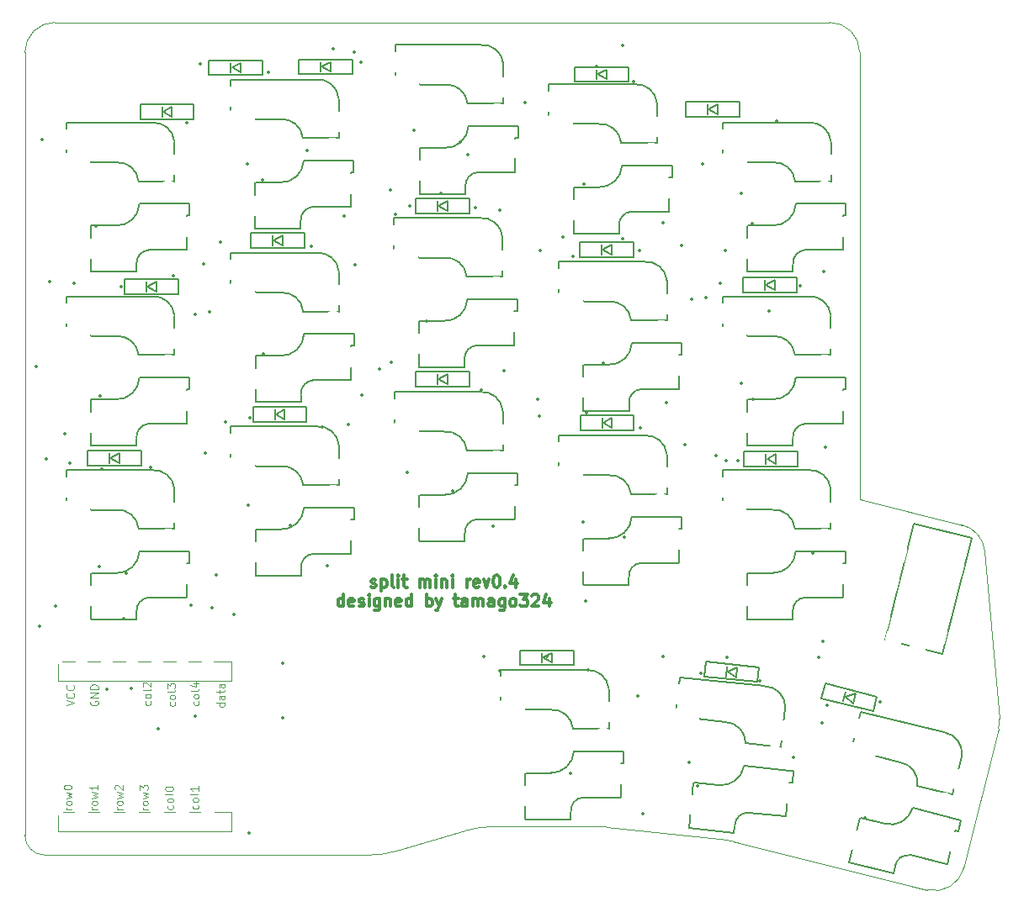
<source format=gto>
%TF.GenerationSoftware,KiCad,Pcbnew,(6.0.6)*%
%TF.CreationDate,2022-11-03T11:36:57+09:00*%
%TF.ProjectId,split-mini,73706c69-742d-46d6-996e-692e6b696361,rev?*%
%TF.SameCoordinates,Original*%
%TF.FileFunction,Legend,Top*%
%TF.FilePolarity,Positive*%
%FSLAX46Y46*%
G04 Gerber Fmt 4.6, Leading zero omitted, Abs format (unit mm)*
G04 Created by KiCad (PCBNEW (6.0.6)) date 2022-11-03 11:36:57*
%MOMM*%
%LPD*%
G01*
G04 APERTURE LIST*
G04 Aperture macros list*
%AMHorizOval*
0 Thick line with rounded ends*
0 $1 width*
0 $2 $3 position (X,Y) of the first rounded end (center of the circle)*
0 $4 $5 position (X,Y) of the second rounded end (center of the circle)*
0 Add line between two ends*
20,1,$1,$2,$3,$4,$5,0*
0 Add two circle primitives to create the rounded ends*
1,1,$1,$2,$3*
1,1,$1,$4,$5*%
%AMRotRect*
0 Rectangle, with rotation*
0 The origin of the aperture is its center*
0 $1 length*
0 $2 width*
0 $3 Rotation angle, in degrees counterclockwise*
0 Add horizontal line*
21,1,$1,$2,0,0,$3*%
G04 Aperture macros list end*
%TA.AperFunction,Profile*%
%ADD10C,0.100000*%
%TD*%
%ADD11C,0.300000*%
%ADD12C,0.100000*%
%ADD13C,0.150000*%
%ADD14C,0.120000*%
%ADD15C,1.200000*%
%ADD16HorizOval,1.700000X-0.096769X-0.388118X0.096769X0.388118X0*%
%ADD17C,1.600000*%
%ADD18C,0.350000*%
%ADD19HorizOval,1.000000X-0.060480X-0.242574X0.060480X0.242574X0*%
%ADD20R,1.300000X0.950000*%
%ADD21C,3.000000*%
%ADD22C,1.700000*%
%ADD23C,1.900000*%
%ADD24C,4.000000*%
%ADD25R,2.000000X2.000000*%
%ADD26R,1.800000X2.000000*%
%ADD27R,1.778000X1.905000*%
%ADD28RotRect,1.300000X0.950000X354.000000*%
%ADD29R,1.900000X2.000000*%
%ADD30C,4.500000*%
%ADD31RotRect,1.300000X0.950000X346.000000*%
%ADD32RotRect,2.000000X2.000000X166.000000*%
%ADD33RotRect,1.950000X2.000000X166.000000*%
%ADD34RotRect,1.800000X2.000000X166.000000*%
%ADD35RotRect,2.000000X2.000000X174.000000*%
%ADD36RotRect,1.800000X2.000000X174.000000*%
G04 APERTURE END LIST*
D10*
X116123324Y-72166634D02*
G75*
G03*
X113860370Y-69515158I-2988724J-259366D01*
G01*
X103530843Y-66939718D02*
X113860370Y-69515158D01*
X110364219Y-106260861D02*
G75*
G03*
X114000870Y-104075745I725781J2910861D01*
G01*
X21530843Y-102768057D02*
X45530843Y-102768057D01*
X78079754Y-99947838D02*
X89423885Y-101140154D01*
X66703035Y-99893057D02*
X77034469Y-99893057D01*
X45530843Y-102768057D02*
X54083652Y-102768057D01*
X56918659Y-102357777D02*
X63868027Y-100303337D01*
X19530843Y-21893057D02*
X19530843Y-100768057D01*
X117508504Y-90007398D02*
G75*
G03*
X117586379Y-89022217I-2911304J725798D01*
G01*
X103530843Y-21893057D02*
G75*
G03*
X100530843Y-18893057I-3000043J-43D01*
G01*
X78079754Y-99947841D02*
G75*
G03*
X77034469Y-99893057I-1045254J-9944059D01*
G01*
X54083652Y-102768065D02*
G75*
G03*
X56918659Y-102357777I-52J10000165D01*
G01*
X66703035Y-99893053D02*
G75*
G03*
X63868027Y-100303337I65J-10000347D01*
G01*
X22530843Y-18893063D02*
G75*
G03*
X19530843Y-21893057I-3J-2999997D01*
G01*
X114000870Y-104075745D02*
X117508503Y-90007398D01*
X90797818Y-101382418D02*
G75*
G03*
X89423885Y-101140154I-2419118J-9702282D01*
G01*
X19530843Y-100768057D02*
G75*
G03*
X21530843Y-102768057I1999997J-3D01*
G01*
X90797819Y-101382416D02*
X110364217Y-106260867D01*
X100530843Y-18893057D02*
X22530843Y-18893057D01*
X103530843Y-66939718D02*
X103530843Y-21893057D01*
X116123367Y-72166630D02*
X117586379Y-89022217D01*
D11*
X54367142Y-75729714D02*
X54481428Y-75786857D01*
X54710000Y-75786857D01*
X54824285Y-75729714D01*
X54881428Y-75615428D01*
X54881428Y-75558285D01*
X54824285Y-75444000D01*
X54710000Y-75386857D01*
X54538571Y-75386857D01*
X54424285Y-75329714D01*
X54367142Y-75215428D01*
X54367142Y-75158285D01*
X54424285Y-75044000D01*
X54538571Y-74986857D01*
X54710000Y-74986857D01*
X54824285Y-75044000D01*
X55395714Y-74986857D02*
X55395714Y-76186857D01*
X55395714Y-75044000D02*
X55510000Y-74986857D01*
X55738571Y-74986857D01*
X55852857Y-75044000D01*
X55910000Y-75101142D01*
X55967142Y-75215428D01*
X55967142Y-75558285D01*
X55910000Y-75672571D01*
X55852857Y-75729714D01*
X55738571Y-75786857D01*
X55510000Y-75786857D01*
X55395714Y-75729714D01*
X56652857Y-75786857D02*
X56538571Y-75729714D01*
X56481428Y-75615428D01*
X56481428Y-74586857D01*
X57110000Y-75786857D02*
X57110000Y-74986857D01*
X57110000Y-74586857D02*
X57052857Y-74644000D01*
X57110000Y-74701142D01*
X57167142Y-74644000D01*
X57110000Y-74586857D01*
X57110000Y-74701142D01*
X57510000Y-74986857D02*
X57967142Y-74986857D01*
X57681428Y-74586857D02*
X57681428Y-75615428D01*
X57738571Y-75729714D01*
X57852857Y-75786857D01*
X57967142Y-75786857D01*
X59281428Y-75786857D02*
X59281428Y-74986857D01*
X59281428Y-75101142D02*
X59338571Y-75044000D01*
X59452857Y-74986857D01*
X59624285Y-74986857D01*
X59738571Y-75044000D01*
X59795714Y-75158285D01*
X59795714Y-75786857D01*
X59795714Y-75158285D02*
X59852857Y-75044000D01*
X59967142Y-74986857D01*
X60138571Y-74986857D01*
X60252857Y-75044000D01*
X60310000Y-75158285D01*
X60310000Y-75786857D01*
X60881428Y-75786857D02*
X60881428Y-74986857D01*
X60881428Y-74586857D02*
X60824285Y-74644000D01*
X60881428Y-74701142D01*
X60938571Y-74644000D01*
X60881428Y-74586857D01*
X60881428Y-74701142D01*
X61452857Y-74986857D02*
X61452857Y-75786857D01*
X61452857Y-75101142D02*
X61510000Y-75044000D01*
X61624285Y-74986857D01*
X61795714Y-74986857D01*
X61910000Y-75044000D01*
X61967142Y-75158285D01*
X61967142Y-75786857D01*
X62538571Y-75786857D02*
X62538571Y-74986857D01*
X62538571Y-74586857D02*
X62481428Y-74644000D01*
X62538571Y-74701142D01*
X62595714Y-74644000D01*
X62538571Y-74586857D01*
X62538571Y-74701142D01*
X64024285Y-75786857D02*
X64024285Y-74986857D01*
X64024285Y-75215428D02*
X64081428Y-75101142D01*
X64138571Y-75044000D01*
X64252857Y-74986857D01*
X64367142Y-74986857D01*
X65224285Y-75729714D02*
X65110000Y-75786857D01*
X64881428Y-75786857D01*
X64767142Y-75729714D01*
X64710000Y-75615428D01*
X64710000Y-75158285D01*
X64767142Y-75044000D01*
X64881428Y-74986857D01*
X65110000Y-74986857D01*
X65224285Y-75044000D01*
X65281428Y-75158285D01*
X65281428Y-75272571D01*
X64710000Y-75386857D01*
X65681428Y-74986857D02*
X65967142Y-75786857D01*
X66252857Y-74986857D01*
X66938571Y-74586857D02*
X67052857Y-74586857D01*
X67167142Y-74644000D01*
X67224285Y-74701142D01*
X67281428Y-74815428D01*
X67338571Y-75044000D01*
X67338571Y-75329714D01*
X67281428Y-75558285D01*
X67224285Y-75672571D01*
X67167142Y-75729714D01*
X67052857Y-75786857D01*
X66938571Y-75786857D01*
X66824285Y-75729714D01*
X66767142Y-75672571D01*
X66710000Y-75558285D01*
X66652857Y-75329714D01*
X66652857Y-75044000D01*
X66710000Y-74815428D01*
X66767142Y-74701142D01*
X66824285Y-74644000D01*
X66938571Y-74586857D01*
X67852857Y-75672571D02*
X67910000Y-75729714D01*
X67852857Y-75786857D01*
X67795714Y-75729714D01*
X67852857Y-75672571D01*
X67852857Y-75786857D01*
X68938571Y-74986857D02*
X68938571Y-75786857D01*
X68652857Y-74529714D02*
X68367142Y-75386857D01*
X69110000Y-75386857D01*
X51595714Y-77718857D02*
X51595714Y-76518857D01*
X51595714Y-77661714D02*
X51481428Y-77718857D01*
X51252857Y-77718857D01*
X51138571Y-77661714D01*
X51081428Y-77604571D01*
X51024285Y-77490285D01*
X51024285Y-77147428D01*
X51081428Y-77033142D01*
X51138571Y-76976000D01*
X51252857Y-76918857D01*
X51481428Y-76918857D01*
X51595714Y-76976000D01*
X52624285Y-77661714D02*
X52510000Y-77718857D01*
X52281428Y-77718857D01*
X52167142Y-77661714D01*
X52110000Y-77547428D01*
X52110000Y-77090285D01*
X52167142Y-76976000D01*
X52281428Y-76918857D01*
X52510000Y-76918857D01*
X52624285Y-76976000D01*
X52681428Y-77090285D01*
X52681428Y-77204571D01*
X52110000Y-77318857D01*
X53138571Y-77661714D02*
X53252857Y-77718857D01*
X53481428Y-77718857D01*
X53595714Y-77661714D01*
X53652857Y-77547428D01*
X53652857Y-77490285D01*
X53595714Y-77376000D01*
X53481428Y-77318857D01*
X53310000Y-77318857D01*
X53195714Y-77261714D01*
X53138571Y-77147428D01*
X53138571Y-77090285D01*
X53195714Y-76976000D01*
X53310000Y-76918857D01*
X53481428Y-76918857D01*
X53595714Y-76976000D01*
X54167142Y-77718857D02*
X54167142Y-76918857D01*
X54167142Y-76518857D02*
X54110000Y-76576000D01*
X54167142Y-76633142D01*
X54224285Y-76576000D01*
X54167142Y-76518857D01*
X54167142Y-76633142D01*
X55252857Y-76918857D02*
X55252857Y-77890285D01*
X55195714Y-78004571D01*
X55138571Y-78061714D01*
X55024285Y-78118857D01*
X54852857Y-78118857D01*
X54738571Y-78061714D01*
X55252857Y-77661714D02*
X55138571Y-77718857D01*
X54910000Y-77718857D01*
X54795714Y-77661714D01*
X54738571Y-77604571D01*
X54681428Y-77490285D01*
X54681428Y-77147428D01*
X54738571Y-77033142D01*
X54795714Y-76976000D01*
X54910000Y-76918857D01*
X55138571Y-76918857D01*
X55252857Y-76976000D01*
X55824285Y-76918857D02*
X55824285Y-77718857D01*
X55824285Y-77033142D02*
X55881428Y-76976000D01*
X55995714Y-76918857D01*
X56167142Y-76918857D01*
X56281428Y-76976000D01*
X56338571Y-77090285D01*
X56338571Y-77718857D01*
X57367142Y-77661714D02*
X57252857Y-77718857D01*
X57024285Y-77718857D01*
X56910000Y-77661714D01*
X56852857Y-77547428D01*
X56852857Y-77090285D01*
X56910000Y-76976000D01*
X57024285Y-76918857D01*
X57252857Y-76918857D01*
X57367142Y-76976000D01*
X57424285Y-77090285D01*
X57424285Y-77204571D01*
X56852857Y-77318857D01*
X58452857Y-77718857D02*
X58452857Y-76518857D01*
X58452857Y-77661714D02*
X58338571Y-77718857D01*
X58110000Y-77718857D01*
X57995714Y-77661714D01*
X57938571Y-77604571D01*
X57881428Y-77490285D01*
X57881428Y-77147428D01*
X57938571Y-77033142D01*
X57995714Y-76976000D01*
X58110000Y-76918857D01*
X58338571Y-76918857D01*
X58452857Y-76976000D01*
X59938571Y-77718857D02*
X59938571Y-76518857D01*
X59938571Y-76976000D02*
X60052857Y-76918857D01*
X60281428Y-76918857D01*
X60395714Y-76976000D01*
X60452857Y-77033142D01*
X60510000Y-77147428D01*
X60510000Y-77490285D01*
X60452857Y-77604571D01*
X60395714Y-77661714D01*
X60281428Y-77718857D01*
X60052857Y-77718857D01*
X59938571Y-77661714D01*
X60910000Y-76918857D02*
X61195714Y-77718857D01*
X61481428Y-76918857D02*
X61195714Y-77718857D01*
X61081428Y-78004571D01*
X61024285Y-78061714D01*
X60910000Y-78118857D01*
X62681428Y-76918857D02*
X63138571Y-76918857D01*
X62852857Y-76518857D02*
X62852857Y-77547428D01*
X62910000Y-77661714D01*
X63024285Y-77718857D01*
X63138571Y-77718857D01*
X64052857Y-77718857D02*
X64052857Y-77090285D01*
X63995714Y-76976000D01*
X63881428Y-76918857D01*
X63652857Y-76918857D01*
X63538571Y-76976000D01*
X64052857Y-77661714D02*
X63938571Y-77718857D01*
X63652857Y-77718857D01*
X63538571Y-77661714D01*
X63481428Y-77547428D01*
X63481428Y-77433142D01*
X63538571Y-77318857D01*
X63652857Y-77261714D01*
X63938571Y-77261714D01*
X64052857Y-77204571D01*
X64624285Y-77718857D02*
X64624285Y-76918857D01*
X64624285Y-77033142D02*
X64681428Y-76976000D01*
X64795714Y-76918857D01*
X64967142Y-76918857D01*
X65081428Y-76976000D01*
X65138571Y-77090285D01*
X65138571Y-77718857D01*
X65138571Y-77090285D02*
X65195714Y-76976000D01*
X65310000Y-76918857D01*
X65481428Y-76918857D01*
X65595714Y-76976000D01*
X65652857Y-77090285D01*
X65652857Y-77718857D01*
X66738571Y-77718857D02*
X66738571Y-77090285D01*
X66681428Y-76976000D01*
X66567142Y-76918857D01*
X66338571Y-76918857D01*
X66224285Y-76976000D01*
X66738571Y-77661714D02*
X66624285Y-77718857D01*
X66338571Y-77718857D01*
X66224285Y-77661714D01*
X66167142Y-77547428D01*
X66167142Y-77433142D01*
X66224285Y-77318857D01*
X66338571Y-77261714D01*
X66624285Y-77261714D01*
X66738571Y-77204571D01*
X67824285Y-76918857D02*
X67824285Y-77890285D01*
X67767142Y-78004571D01*
X67710000Y-78061714D01*
X67595714Y-78118857D01*
X67424285Y-78118857D01*
X67310000Y-78061714D01*
X67824285Y-77661714D02*
X67710000Y-77718857D01*
X67481428Y-77718857D01*
X67367142Y-77661714D01*
X67310000Y-77604571D01*
X67252857Y-77490285D01*
X67252857Y-77147428D01*
X67310000Y-77033142D01*
X67367142Y-76976000D01*
X67481428Y-76918857D01*
X67710000Y-76918857D01*
X67824285Y-76976000D01*
X68567142Y-77718857D02*
X68452857Y-77661714D01*
X68395714Y-77604571D01*
X68338571Y-77490285D01*
X68338571Y-77147428D01*
X68395714Y-77033142D01*
X68452857Y-76976000D01*
X68567142Y-76918857D01*
X68738571Y-76918857D01*
X68852857Y-76976000D01*
X68910000Y-77033142D01*
X68967142Y-77147428D01*
X68967142Y-77490285D01*
X68910000Y-77604571D01*
X68852857Y-77661714D01*
X68738571Y-77718857D01*
X68567142Y-77718857D01*
X69367142Y-76518857D02*
X70110000Y-76518857D01*
X69710000Y-76976000D01*
X69881428Y-76976000D01*
X69995714Y-77033142D01*
X70052857Y-77090285D01*
X70110000Y-77204571D01*
X70110000Y-77490285D01*
X70052857Y-77604571D01*
X69995714Y-77661714D01*
X69881428Y-77718857D01*
X69538571Y-77718857D01*
X69424285Y-77661714D01*
X69367142Y-77604571D01*
X70567142Y-76633142D02*
X70624285Y-76576000D01*
X70738571Y-76518857D01*
X71024285Y-76518857D01*
X71138571Y-76576000D01*
X71195714Y-76633142D01*
X71252857Y-76747428D01*
X71252857Y-76861714D01*
X71195714Y-77033142D01*
X70510000Y-77718857D01*
X71252857Y-77718857D01*
X72281428Y-76918857D02*
X72281428Y-77718857D01*
X71995714Y-76461714D02*
X71710000Y-77318857D01*
X72452857Y-77318857D01*
D12*
%TO.C,U1*%
X23679904Y-87706666D02*
X24479904Y-87440000D01*
X23679904Y-87173333D01*
X24403714Y-86449523D02*
X24441809Y-86487619D01*
X24479904Y-86601904D01*
X24479904Y-86678095D01*
X24441809Y-86792380D01*
X24365619Y-86868571D01*
X24289428Y-86906666D01*
X24137047Y-86944761D01*
X24022761Y-86944761D01*
X23870380Y-86906666D01*
X23794190Y-86868571D01*
X23718000Y-86792380D01*
X23679904Y-86678095D01*
X23679904Y-86601904D01*
X23718000Y-86487619D01*
X23756095Y-86449523D01*
X24403714Y-85649523D02*
X24441809Y-85687619D01*
X24479904Y-85801904D01*
X24479904Y-85878095D01*
X24441809Y-85992380D01*
X24365619Y-86068571D01*
X24289428Y-86106666D01*
X24137047Y-86144761D01*
X24022761Y-86144761D01*
X23870380Y-86106666D01*
X23794190Y-86068571D01*
X23718000Y-85992380D01*
X23679904Y-85878095D01*
X23679904Y-85801904D01*
X23718000Y-85687619D01*
X23756095Y-85649523D01*
X26829904Y-98179047D02*
X26296571Y-98179047D01*
X26448952Y-98179047D02*
X26372761Y-98140952D01*
X26334666Y-98102857D01*
X26296571Y-98026666D01*
X26296571Y-97950476D01*
X26829904Y-97569523D02*
X26791809Y-97645714D01*
X26753714Y-97683809D01*
X26677523Y-97721904D01*
X26448952Y-97721904D01*
X26372761Y-97683809D01*
X26334666Y-97645714D01*
X26296571Y-97569523D01*
X26296571Y-97455238D01*
X26334666Y-97379047D01*
X26372761Y-97340952D01*
X26448952Y-97302857D01*
X26677523Y-97302857D01*
X26753714Y-97340952D01*
X26791809Y-97379047D01*
X26829904Y-97455238D01*
X26829904Y-97569523D01*
X26296571Y-97036190D02*
X26829904Y-96883809D01*
X26448952Y-96731428D01*
X26829904Y-96579047D01*
X26296571Y-96426666D01*
X26829904Y-95702857D02*
X26829904Y-96160000D01*
X26829904Y-95931428D02*
X26029904Y-95931428D01*
X26144190Y-96007619D01*
X26220380Y-96083809D01*
X26258476Y-96160000D01*
X32141809Y-87251904D02*
X32179904Y-87328095D01*
X32179904Y-87480476D01*
X32141809Y-87556666D01*
X32103714Y-87594761D01*
X32027523Y-87632857D01*
X31798952Y-87632857D01*
X31722761Y-87594761D01*
X31684666Y-87556666D01*
X31646571Y-87480476D01*
X31646571Y-87328095D01*
X31684666Y-87251904D01*
X32179904Y-86794761D02*
X32141809Y-86870952D01*
X32103714Y-86909047D01*
X32027523Y-86947142D01*
X31798952Y-86947142D01*
X31722761Y-86909047D01*
X31684666Y-86870952D01*
X31646571Y-86794761D01*
X31646571Y-86680476D01*
X31684666Y-86604285D01*
X31722761Y-86566190D01*
X31798952Y-86528095D01*
X32027523Y-86528095D01*
X32103714Y-86566190D01*
X32141809Y-86604285D01*
X32179904Y-86680476D01*
X32179904Y-86794761D01*
X32179904Y-86070952D02*
X32141809Y-86147142D01*
X32065619Y-86185238D01*
X31379904Y-86185238D01*
X31456095Y-85804285D02*
X31418000Y-85766190D01*
X31379904Y-85690000D01*
X31379904Y-85499523D01*
X31418000Y-85423333D01*
X31456095Y-85385238D01*
X31532285Y-85347142D01*
X31608476Y-85347142D01*
X31722761Y-85385238D01*
X32179904Y-85842380D01*
X32179904Y-85347142D01*
X26138000Y-87249523D02*
X26099904Y-87325714D01*
X26099904Y-87440000D01*
X26138000Y-87554285D01*
X26214190Y-87630476D01*
X26290380Y-87668571D01*
X26442761Y-87706666D01*
X26557047Y-87706666D01*
X26709428Y-87668571D01*
X26785619Y-87630476D01*
X26861809Y-87554285D01*
X26899904Y-87440000D01*
X26899904Y-87363809D01*
X26861809Y-87249523D01*
X26823714Y-87211428D01*
X26557047Y-87211428D01*
X26557047Y-87363809D01*
X26899904Y-86868571D02*
X26099904Y-86868571D01*
X26899904Y-86411428D01*
X26099904Y-86411428D01*
X26899904Y-86030476D02*
X26099904Y-86030476D01*
X26099904Y-85840000D01*
X26138000Y-85725714D01*
X26214190Y-85649523D01*
X26290380Y-85611428D01*
X26442761Y-85573333D01*
X26557047Y-85573333D01*
X26709428Y-85611428D01*
X26785619Y-85649523D01*
X26861809Y-85725714D01*
X26899904Y-85840000D01*
X26899904Y-86030476D01*
X37001809Y-87281904D02*
X37039904Y-87358095D01*
X37039904Y-87510476D01*
X37001809Y-87586666D01*
X36963714Y-87624761D01*
X36887523Y-87662857D01*
X36658952Y-87662857D01*
X36582761Y-87624761D01*
X36544666Y-87586666D01*
X36506571Y-87510476D01*
X36506571Y-87358095D01*
X36544666Y-87281904D01*
X37039904Y-86824761D02*
X37001809Y-86900952D01*
X36963714Y-86939047D01*
X36887523Y-86977142D01*
X36658952Y-86977142D01*
X36582761Y-86939047D01*
X36544666Y-86900952D01*
X36506571Y-86824761D01*
X36506571Y-86710476D01*
X36544666Y-86634285D01*
X36582761Y-86596190D01*
X36658952Y-86558095D01*
X36887523Y-86558095D01*
X36963714Y-86596190D01*
X37001809Y-86634285D01*
X37039904Y-86710476D01*
X37039904Y-86824761D01*
X37039904Y-86100952D02*
X37001809Y-86177142D01*
X36925619Y-86215238D01*
X36239904Y-86215238D01*
X36506571Y-85453333D02*
X37039904Y-85453333D01*
X36201809Y-85643809D02*
X36773238Y-85834285D01*
X36773238Y-85339047D01*
X24229904Y-98189047D02*
X23696571Y-98189047D01*
X23848952Y-98189047D02*
X23772761Y-98150952D01*
X23734666Y-98112857D01*
X23696571Y-98036666D01*
X23696571Y-97960476D01*
X24229904Y-97579523D02*
X24191809Y-97655714D01*
X24153714Y-97693809D01*
X24077523Y-97731904D01*
X23848952Y-97731904D01*
X23772761Y-97693809D01*
X23734666Y-97655714D01*
X23696571Y-97579523D01*
X23696571Y-97465238D01*
X23734666Y-97389047D01*
X23772761Y-97350952D01*
X23848952Y-97312857D01*
X24077523Y-97312857D01*
X24153714Y-97350952D01*
X24191809Y-97389047D01*
X24229904Y-97465238D01*
X24229904Y-97579523D01*
X23696571Y-97046190D02*
X24229904Y-96893809D01*
X23848952Y-96741428D01*
X24229904Y-96589047D01*
X23696571Y-96436666D01*
X23429904Y-95979523D02*
X23429904Y-95903333D01*
X23468000Y-95827142D01*
X23506095Y-95789047D01*
X23582285Y-95750952D01*
X23734666Y-95712857D01*
X23925142Y-95712857D01*
X24077523Y-95750952D01*
X24153714Y-95789047D01*
X24191809Y-95827142D01*
X24229904Y-95903333D01*
X24229904Y-95979523D01*
X24191809Y-96055714D01*
X24153714Y-96093809D01*
X24077523Y-96131904D01*
X23925142Y-96170000D01*
X23734666Y-96170000D01*
X23582285Y-96131904D01*
X23506095Y-96093809D01*
X23468000Y-96055714D01*
X23429904Y-95979523D01*
X36931809Y-97731904D02*
X36969904Y-97808095D01*
X36969904Y-97960476D01*
X36931809Y-98036666D01*
X36893714Y-98074761D01*
X36817523Y-98112857D01*
X36588952Y-98112857D01*
X36512761Y-98074761D01*
X36474666Y-98036666D01*
X36436571Y-97960476D01*
X36436571Y-97808095D01*
X36474666Y-97731904D01*
X36969904Y-97274761D02*
X36931809Y-97350952D01*
X36893714Y-97389047D01*
X36817523Y-97427142D01*
X36588952Y-97427142D01*
X36512761Y-97389047D01*
X36474666Y-97350952D01*
X36436571Y-97274761D01*
X36436571Y-97160476D01*
X36474666Y-97084285D01*
X36512761Y-97046190D01*
X36588952Y-97008095D01*
X36817523Y-97008095D01*
X36893714Y-97046190D01*
X36931809Y-97084285D01*
X36969904Y-97160476D01*
X36969904Y-97274761D01*
X36969904Y-96550952D02*
X36931809Y-96627142D01*
X36855619Y-96665238D01*
X36169904Y-96665238D01*
X36969904Y-95827142D02*
X36969904Y-96284285D01*
X36969904Y-96055714D02*
X36169904Y-96055714D01*
X36284190Y-96131904D01*
X36360380Y-96208095D01*
X36398476Y-96284285D01*
X34601809Y-87351904D02*
X34639904Y-87428095D01*
X34639904Y-87580476D01*
X34601809Y-87656666D01*
X34563714Y-87694761D01*
X34487523Y-87732857D01*
X34258952Y-87732857D01*
X34182761Y-87694761D01*
X34144666Y-87656666D01*
X34106571Y-87580476D01*
X34106571Y-87428095D01*
X34144666Y-87351904D01*
X34639904Y-86894761D02*
X34601809Y-86970952D01*
X34563714Y-87009047D01*
X34487523Y-87047142D01*
X34258952Y-87047142D01*
X34182761Y-87009047D01*
X34144666Y-86970952D01*
X34106571Y-86894761D01*
X34106571Y-86780476D01*
X34144666Y-86704285D01*
X34182761Y-86666190D01*
X34258952Y-86628095D01*
X34487523Y-86628095D01*
X34563714Y-86666190D01*
X34601809Y-86704285D01*
X34639904Y-86780476D01*
X34639904Y-86894761D01*
X34639904Y-86170952D02*
X34601809Y-86247142D01*
X34525619Y-86285238D01*
X33839904Y-86285238D01*
X33839904Y-85942380D02*
X33839904Y-85447142D01*
X34144666Y-85713809D01*
X34144666Y-85599523D01*
X34182761Y-85523333D01*
X34220857Y-85485238D01*
X34297047Y-85447142D01*
X34487523Y-85447142D01*
X34563714Y-85485238D01*
X34601809Y-85523333D01*
X34639904Y-85599523D01*
X34639904Y-85828095D01*
X34601809Y-85904285D01*
X34563714Y-85942380D01*
X31919904Y-98189047D02*
X31386571Y-98189047D01*
X31538952Y-98189047D02*
X31462761Y-98150952D01*
X31424666Y-98112857D01*
X31386571Y-98036666D01*
X31386571Y-97960476D01*
X31919904Y-97579523D02*
X31881809Y-97655714D01*
X31843714Y-97693809D01*
X31767523Y-97731904D01*
X31538952Y-97731904D01*
X31462761Y-97693809D01*
X31424666Y-97655714D01*
X31386571Y-97579523D01*
X31386571Y-97465238D01*
X31424666Y-97389047D01*
X31462761Y-97350952D01*
X31538952Y-97312857D01*
X31767523Y-97312857D01*
X31843714Y-97350952D01*
X31881809Y-97389047D01*
X31919904Y-97465238D01*
X31919904Y-97579523D01*
X31386571Y-97046190D02*
X31919904Y-96893809D01*
X31538952Y-96741428D01*
X31919904Y-96589047D01*
X31386571Y-96436666D01*
X31119904Y-96208095D02*
X31119904Y-95712857D01*
X31424666Y-95979523D01*
X31424666Y-95865238D01*
X31462761Y-95789047D01*
X31500857Y-95750952D01*
X31577047Y-95712857D01*
X31767523Y-95712857D01*
X31843714Y-95750952D01*
X31881809Y-95789047D01*
X31919904Y-95865238D01*
X31919904Y-96093809D01*
X31881809Y-96170000D01*
X31843714Y-96208095D01*
X34391809Y-97751904D02*
X34429904Y-97828095D01*
X34429904Y-97980476D01*
X34391809Y-98056666D01*
X34353714Y-98094761D01*
X34277523Y-98132857D01*
X34048952Y-98132857D01*
X33972761Y-98094761D01*
X33934666Y-98056666D01*
X33896571Y-97980476D01*
X33896571Y-97828095D01*
X33934666Y-97751904D01*
X34429904Y-97294761D02*
X34391809Y-97370952D01*
X34353714Y-97409047D01*
X34277523Y-97447142D01*
X34048952Y-97447142D01*
X33972761Y-97409047D01*
X33934666Y-97370952D01*
X33896571Y-97294761D01*
X33896571Y-97180476D01*
X33934666Y-97104285D01*
X33972761Y-97066190D01*
X34048952Y-97028095D01*
X34277523Y-97028095D01*
X34353714Y-97066190D01*
X34391809Y-97104285D01*
X34429904Y-97180476D01*
X34429904Y-97294761D01*
X34429904Y-96570952D02*
X34391809Y-96647142D01*
X34315619Y-96685238D01*
X33629904Y-96685238D01*
X33629904Y-96113809D02*
X33629904Y-96037619D01*
X33668000Y-95961428D01*
X33706095Y-95923333D01*
X33782285Y-95885238D01*
X33934666Y-95847142D01*
X34125142Y-95847142D01*
X34277523Y-95885238D01*
X34353714Y-95923333D01*
X34391809Y-95961428D01*
X34429904Y-96037619D01*
X34429904Y-96113809D01*
X34391809Y-96190000D01*
X34353714Y-96228095D01*
X34277523Y-96266190D01*
X34125142Y-96304285D01*
X33934666Y-96304285D01*
X33782285Y-96266190D01*
X33706095Y-96228095D01*
X33668000Y-96190000D01*
X33629904Y-96113809D01*
X29349904Y-98169047D02*
X28816571Y-98169047D01*
X28968952Y-98169047D02*
X28892761Y-98130952D01*
X28854666Y-98092857D01*
X28816571Y-98016666D01*
X28816571Y-97940476D01*
X29349904Y-97559523D02*
X29311809Y-97635714D01*
X29273714Y-97673809D01*
X29197523Y-97711904D01*
X28968952Y-97711904D01*
X28892761Y-97673809D01*
X28854666Y-97635714D01*
X28816571Y-97559523D01*
X28816571Y-97445238D01*
X28854666Y-97369047D01*
X28892761Y-97330952D01*
X28968952Y-97292857D01*
X29197523Y-97292857D01*
X29273714Y-97330952D01*
X29311809Y-97369047D01*
X29349904Y-97445238D01*
X29349904Y-97559523D01*
X28816571Y-97026190D02*
X29349904Y-96873809D01*
X28968952Y-96721428D01*
X29349904Y-96569047D01*
X28816571Y-96416666D01*
X28626095Y-96150000D02*
X28588000Y-96111904D01*
X28549904Y-96035714D01*
X28549904Y-95845238D01*
X28588000Y-95769047D01*
X28626095Y-95730952D01*
X28702285Y-95692857D01*
X28778476Y-95692857D01*
X28892761Y-95730952D01*
X29349904Y-96188095D01*
X29349904Y-95692857D01*
X39619904Y-87440952D02*
X38819904Y-87440952D01*
X39581809Y-87440952D02*
X39619904Y-87517142D01*
X39619904Y-87669523D01*
X39581809Y-87745714D01*
X39543714Y-87783809D01*
X39467523Y-87821904D01*
X39238952Y-87821904D01*
X39162761Y-87783809D01*
X39124666Y-87745714D01*
X39086571Y-87669523D01*
X39086571Y-87517142D01*
X39124666Y-87440952D01*
X39619904Y-86717142D02*
X39200857Y-86717142D01*
X39124666Y-86755238D01*
X39086571Y-86831428D01*
X39086571Y-86983809D01*
X39124666Y-87060000D01*
X39581809Y-86717142D02*
X39619904Y-86793333D01*
X39619904Y-86983809D01*
X39581809Y-87060000D01*
X39505619Y-87098095D01*
X39429428Y-87098095D01*
X39353238Y-87060000D01*
X39315142Y-86983809D01*
X39315142Y-86793333D01*
X39277047Y-86717142D01*
X39086571Y-86450476D02*
X39086571Y-86145714D01*
X38819904Y-86336190D02*
X39505619Y-86336190D01*
X39581809Y-86298095D01*
X39619904Y-86221904D01*
X39619904Y-86145714D01*
X39619904Y-85536190D02*
X39200857Y-85536190D01*
X39124666Y-85574285D01*
X39086571Y-85650476D01*
X39086571Y-85802857D01*
X39124666Y-85879047D01*
X39581809Y-85536190D02*
X39619904Y-85612380D01*
X39619904Y-85802857D01*
X39581809Y-85879047D01*
X39505619Y-85917142D01*
X39429428Y-85917142D01*
X39353238Y-85879047D01*
X39315142Y-85802857D01*
X39315142Y-85612380D01*
X39277047Y-85536190D01*
D13*
%TO.C,D7*%
X44550000Y-40860000D02*
X45450000Y-40360000D01*
X44450000Y-40360000D02*
X44450000Y-41360000D01*
X45450000Y-41360000D02*
X44550000Y-40860000D01*
X42250000Y-41610000D02*
X47650000Y-41610000D01*
X47650000Y-40110000D02*
X47650000Y-41610000D01*
X42250000Y-40110000D02*
X42250000Y-41610000D01*
X47650000Y-40110000D02*
X42250000Y-40110000D01*
X45450000Y-40360000D02*
X45450000Y-41360000D01*
%TO.C,SW6*%
X31055000Y-54665000D02*
X35755000Y-54665000D01*
X30760000Y-60790000D02*
X30760000Y-61490000D01*
X36080000Y-55840000D02*
X35780000Y-55840000D01*
X34580000Y-48440000D02*
X34580000Y-52385000D01*
X36080000Y-54665000D02*
X36080000Y-55840000D01*
X26180000Y-56890000D02*
X26180000Y-61490000D01*
X23680000Y-46486000D02*
X32305000Y-46486000D01*
X35780000Y-55840000D02*
X35780000Y-59290000D01*
X35755000Y-54665000D02*
X36080000Y-54665000D01*
X26205000Y-61515000D02*
X30755000Y-61515000D01*
X23680000Y-50440000D02*
X28730000Y-50486000D01*
X34580000Y-52394000D02*
X30970000Y-52394000D01*
X23680000Y-50394000D02*
X23680000Y-46486000D01*
X31980000Y-59315000D02*
X35755000Y-59315000D01*
X26205000Y-56865000D02*
X28755000Y-56865000D01*
X30965000Y-52370000D02*
G75*
G03*
X28705000Y-50490000I-2070000J-190000D01*
G01*
X34569000Y-48370000D02*
G75*
G03*
X32305000Y-46486000I-2074000J-190000D01*
G01*
X31980000Y-59320000D02*
G75*
G03*
X30760000Y-60740000I100000J-1320000D01*
G01*
X28680000Y-56860000D02*
G75*
G03*
X31050000Y-54690000I100000J2270000D01*
G01*
%TO.C,SW11*%
X36090000Y-72165000D02*
X36090000Y-73340000D01*
X23690000Y-63986000D02*
X32315000Y-63986000D01*
X35790000Y-73340000D02*
X35790000Y-76790000D01*
X35765000Y-72165000D02*
X36090000Y-72165000D01*
X36090000Y-73340000D02*
X35790000Y-73340000D01*
X31990000Y-76815000D02*
X35765000Y-76815000D01*
X26190000Y-74390000D02*
X26190000Y-78990000D01*
X26215000Y-79015000D02*
X30765000Y-79015000D01*
X26215000Y-74365000D02*
X28765000Y-74365000D01*
X23690000Y-67940000D02*
X28740000Y-67986000D01*
X23690000Y-67894000D02*
X23690000Y-63986000D01*
X34590000Y-65940000D02*
X34590000Y-69885000D01*
X30770000Y-78290000D02*
X30770000Y-78990000D01*
X34590000Y-69894000D02*
X30980000Y-69894000D01*
X31065000Y-72165000D02*
X35765000Y-72165000D01*
X30975000Y-69870000D02*
G75*
G03*
X28715000Y-67990000I-2070000J-190000D01*
G01*
X28690000Y-74360000D02*
G75*
G03*
X31060000Y-72190000I100000J2270000D01*
G01*
X34579000Y-65870000D02*
G75*
G03*
X32315000Y-63986000I-2074000J-190000D01*
G01*
X31990000Y-76820000D02*
G75*
G03*
X30770000Y-78240000I100000J-1320000D01*
G01*
%TO.C,D6*%
X34950000Y-44750000D02*
X34950000Y-46250000D01*
X32750000Y-46000000D02*
X31850000Y-45500000D01*
X31750000Y-45000000D02*
X31750000Y-46000000D01*
X34950000Y-44750000D02*
X29550000Y-44750000D01*
X32750000Y-45000000D02*
X32750000Y-46000000D01*
X31850000Y-45500000D02*
X32750000Y-45000000D01*
X29550000Y-44750000D02*
X29550000Y-46250000D01*
X29550000Y-46250000D02*
X34950000Y-46250000D01*
%TO.C,SW9*%
X73240000Y-46950000D02*
X78290000Y-46996000D01*
X84140000Y-44950000D02*
X84140000Y-48895000D01*
X84140000Y-48904000D02*
X80530000Y-48904000D01*
X75740000Y-53400000D02*
X75740000Y-58000000D01*
X73240000Y-42996000D02*
X81865000Y-42996000D01*
X85315000Y-51175000D02*
X85640000Y-51175000D01*
X85640000Y-51175000D02*
X85640000Y-52350000D01*
X73240000Y-46904000D02*
X73240000Y-42996000D01*
X85340000Y-52350000D02*
X85340000Y-55800000D01*
X80320000Y-57300000D02*
X80320000Y-58000000D01*
X75765000Y-58025000D02*
X80315000Y-58025000D01*
X81540000Y-55825000D02*
X85315000Y-55825000D01*
X75765000Y-53375000D02*
X78315000Y-53375000D01*
X80615000Y-51175000D02*
X85315000Y-51175000D01*
X85640000Y-52350000D02*
X85340000Y-52350000D01*
X78240000Y-53370000D02*
G75*
G03*
X80610000Y-51200000I100000J2270000D01*
G01*
X84129000Y-44880000D02*
G75*
G03*
X81865000Y-42996000I-2074000J-190000D01*
G01*
X80525000Y-48880000D02*
G75*
G03*
X78265000Y-47000000I-2070000J-190000D01*
G01*
X81540000Y-55830000D02*
G75*
G03*
X80320000Y-57250000I100000J-1320000D01*
G01*
%TO.C,SW3*%
X65080000Y-33985000D02*
X68855000Y-33985000D01*
X56780000Y-21156000D02*
X65405000Y-21156000D01*
X56780000Y-25064000D02*
X56780000Y-21156000D01*
X69180000Y-30510000D02*
X68880000Y-30510000D01*
X68855000Y-29335000D02*
X69180000Y-29335000D01*
X67680000Y-27064000D02*
X64070000Y-27064000D01*
X56780000Y-25110000D02*
X61830000Y-25156000D01*
X63860000Y-35460000D02*
X63860000Y-36160000D01*
X59305000Y-31535000D02*
X61855000Y-31535000D01*
X59305000Y-36185000D02*
X63855000Y-36185000D01*
X68880000Y-30510000D02*
X68880000Y-33960000D01*
X64155000Y-29335000D02*
X68855000Y-29335000D01*
X69180000Y-29335000D02*
X69180000Y-30510000D01*
X59280000Y-31560000D02*
X59280000Y-36160000D01*
X67680000Y-23110000D02*
X67680000Y-27055000D01*
X67669000Y-23040000D02*
G75*
G03*
X65405000Y-21156000I-2074000J-190000D01*
G01*
X61780000Y-31530000D02*
G75*
G03*
X64150000Y-29360000I100000J2270000D01*
G01*
X64065000Y-27040000D02*
G75*
G03*
X61805000Y-25160000I-2070000J-190000D01*
G01*
X65080000Y-33990000D02*
G75*
G03*
X63860000Y-35410000I100000J-1320000D01*
G01*
%TO.C,D9*%
X77660000Y-41790000D02*
X78560000Y-41290000D01*
X80760000Y-41040000D02*
X75360000Y-41040000D01*
X78560000Y-41290000D02*
X78560000Y-42290000D01*
X80760000Y-41040000D02*
X80760000Y-42540000D01*
X77560000Y-41290000D02*
X77560000Y-42290000D01*
X75360000Y-42540000D02*
X80760000Y-42540000D01*
X75360000Y-41040000D02*
X75360000Y-42540000D01*
X78560000Y-42290000D02*
X77660000Y-41790000D01*
%TO.C,D16*%
X72570000Y-83380000D02*
X71670000Y-82880000D01*
X74770000Y-82130000D02*
X69370000Y-82130000D01*
X71670000Y-82880000D02*
X72570000Y-82380000D01*
X69370000Y-82130000D02*
X69370000Y-83630000D01*
X74770000Y-82130000D02*
X74770000Y-83630000D01*
X71570000Y-82380000D02*
X71570000Y-83380000D01*
X72570000Y-82380000D02*
X72570000Y-83380000D01*
X69370000Y-83630000D02*
X74770000Y-83630000D01*
%TO.C,D11*%
X31230000Y-62030000D02*
X31230000Y-63530000D01*
X25830000Y-62030000D02*
X25830000Y-63530000D01*
X29030000Y-63280000D02*
X28130000Y-62780000D01*
X25830000Y-63530000D02*
X31230000Y-63530000D01*
X28030000Y-62280000D02*
X28030000Y-63280000D01*
X31230000Y-62030000D02*
X25830000Y-62030000D01*
X28130000Y-62780000D02*
X29030000Y-62280000D01*
X29030000Y-62280000D02*
X29030000Y-63280000D01*
%TO.C,D14*%
X78620000Y-58750000D02*
X78620000Y-59750000D01*
X80820000Y-58500000D02*
X80820000Y-60000000D01*
X77620000Y-58750000D02*
X77620000Y-59750000D01*
X75420000Y-60000000D02*
X80820000Y-60000000D01*
X78620000Y-59750000D02*
X77720000Y-59250000D01*
X80820000Y-58500000D02*
X75420000Y-58500000D01*
X75420000Y-58500000D02*
X75420000Y-60000000D01*
X77720000Y-59250000D02*
X78620000Y-58750000D01*
%TO.C,D17*%
X93423605Y-83846335D02*
X93266813Y-85338118D01*
X90262191Y-84268189D02*
X91209525Y-83865003D01*
X93423605Y-83846335D02*
X88053187Y-83281882D01*
X88053187Y-83281882D02*
X87896395Y-84773665D01*
X91104997Y-84859525D02*
X90262191Y-84268189D01*
X91209525Y-83865003D02*
X91104997Y-84859525D01*
X90215003Y-83760475D02*
X90110475Y-84754997D01*
X87896395Y-84773665D02*
X93266813Y-85338118D01*
%TO.C,SW5*%
X92240000Y-39380000D02*
X92240000Y-43980000D01*
X102140000Y-38330000D02*
X101840000Y-38330000D01*
X98040000Y-41805000D02*
X101815000Y-41805000D01*
X89740000Y-32884000D02*
X89740000Y-28976000D01*
X101840000Y-38330000D02*
X101840000Y-41780000D01*
X97115000Y-37155000D02*
X101815000Y-37155000D01*
X92265000Y-44005000D02*
X96815000Y-44005000D01*
X100640000Y-34884000D02*
X97030000Y-34884000D01*
X102140000Y-37155000D02*
X102140000Y-38330000D01*
X92265000Y-39355000D02*
X94815000Y-39355000D01*
X100640000Y-30930000D02*
X100640000Y-34875000D01*
X101815000Y-37155000D02*
X102140000Y-37155000D01*
X89740000Y-28976000D02*
X98365000Y-28976000D01*
X96820000Y-43280000D02*
X96820000Y-43980000D01*
X89740000Y-32930000D02*
X94790000Y-32976000D01*
X94740000Y-39350000D02*
G75*
G03*
X97110000Y-37180000I100000J2270000D01*
G01*
X100629000Y-30860000D02*
G75*
G03*
X98365000Y-28976000I-2074000J-190000D01*
G01*
X98040000Y-41810000D02*
G75*
G03*
X96820000Y-43230000I100000J-1320000D01*
G01*
X97025000Y-34860000D02*
G75*
G03*
X94765000Y-32980000I-2070000J-190000D01*
G01*
%TO.C,SW15*%
X100620000Y-69884000D02*
X97010000Y-69884000D01*
X92245000Y-74355000D02*
X94795000Y-74355000D01*
X101795000Y-72155000D02*
X102120000Y-72155000D01*
X102120000Y-72155000D02*
X102120000Y-73330000D01*
X92220000Y-74380000D02*
X92220000Y-78980000D01*
X89720000Y-67930000D02*
X94770000Y-67976000D01*
X102120000Y-73330000D02*
X101820000Y-73330000D01*
X100620000Y-65930000D02*
X100620000Y-69875000D01*
X98020000Y-76805000D02*
X101795000Y-76805000D01*
X101820000Y-73330000D02*
X101820000Y-76780000D01*
X97095000Y-72155000D02*
X101795000Y-72155000D01*
X92245000Y-79005000D02*
X96795000Y-79005000D01*
X89720000Y-67884000D02*
X89720000Y-63976000D01*
X89720000Y-63976000D02*
X98345000Y-63976000D01*
X96800000Y-78280000D02*
X96800000Y-78980000D01*
X94720000Y-74350000D02*
G75*
G03*
X97090000Y-72180000I100000J2270000D01*
G01*
X98020000Y-76810000D02*
G75*
G03*
X96800000Y-78230000I100000J-1320000D01*
G01*
X97005000Y-69860000D02*
G75*
G03*
X94745000Y-67980000I-2070000J-190000D01*
G01*
X100609000Y-65860000D02*
G75*
G03*
X98345000Y-63976000I-2074000J-190000D01*
G01*
%TO.C,D13*%
X62040000Y-55320000D02*
X61140000Y-54820000D01*
X62040000Y-54320000D02*
X62040000Y-55320000D01*
X61040000Y-54320000D02*
X61040000Y-55320000D01*
X64240000Y-54070000D02*
X58840000Y-54070000D01*
X58840000Y-54070000D02*
X58840000Y-55570000D01*
X64240000Y-54070000D02*
X64240000Y-55570000D01*
X58840000Y-55570000D02*
X64240000Y-55570000D01*
X61140000Y-54820000D02*
X62040000Y-54320000D01*
%TO.C,SW7*%
X52340000Y-51450000D02*
X52340000Y-54900000D01*
X52640000Y-51450000D02*
X52340000Y-51450000D01*
X47320000Y-56400000D02*
X47320000Y-57100000D01*
X47615000Y-50275000D02*
X52315000Y-50275000D01*
X40240000Y-46050000D02*
X45290000Y-46096000D01*
X51140000Y-48004000D02*
X47530000Y-48004000D01*
X51140000Y-44050000D02*
X51140000Y-47995000D01*
X42740000Y-52500000D02*
X42740000Y-57100000D01*
X42765000Y-57125000D02*
X47315000Y-57125000D01*
X42765000Y-52475000D02*
X45315000Y-52475000D01*
X40240000Y-42096000D02*
X48865000Y-42096000D01*
X52640000Y-50275000D02*
X52640000Y-51450000D01*
X40240000Y-46004000D02*
X40240000Y-42096000D01*
X52315000Y-50275000D02*
X52640000Y-50275000D01*
X48540000Y-54925000D02*
X52315000Y-54925000D01*
X51129000Y-43980000D02*
G75*
G03*
X48865000Y-42096000I-2074000J-190000D01*
G01*
X47525000Y-47980000D02*
G75*
G03*
X45265000Y-46100000I-2070000J-190000D01*
G01*
X45240000Y-52470000D02*
G75*
G03*
X47610000Y-50300000I100000J2270000D01*
G01*
X48540000Y-54930000D02*
G75*
G03*
X47320000Y-56350000I100000J-1320000D01*
G01*
%TO.C,D1*%
X34330000Y-28380000D02*
X33430000Y-27880000D01*
X36530000Y-27130000D02*
X36530000Y-28630000D01*
X33430000Y-27880000D02*
X34330000Y-27380000D01*
X34330000Y-27380000D02*
X34330000Y-28380000D01*
X31130000Y-27130000D02*
X31130000Y-28630000D01*
X33330000Y-27380000D02*
X33330000Y-28380000D01*
X36530000Y-27130000D02*
X31130000Y-27130000D01*
X31130000Y-28630000D02*
X36530000Y-28630000D01*
%TO.C,SW16*%
X69891200Y-94520900D02*
X69891200Y-99120900D01*
X79491200Y-93470900D02*
X79491200Y-96920900D01*
X79791200Y-93470900D02*
X79491200Y-93470900D01*
X67391200Y-88024900D02*
X67391200Y-84116900D01*
X74766200Y-92295900D02*
X79466200Y-92295900D01*
X67391200Y-84116900D02*
X76016200Y-84116900D01*
X74471200Y-98420900D02*
X74471200Y-99120900D01*
X79466200Y-92295900D02*
X79791200Y-92295900D01*
X69916200Y-94495900D02*
X72466200Y-94495900D01*
X79791200Y-92295900D02*
X79791200Y-93470900D01*
X69916200Y-99145900D02*
X74466200Y-99145900D01*
X78291200Y-86070900D02*
X78291200Y-90015900D01*
X78291200Y-90024900D02*
X74681200Y-90024900D01*
X67391200Y-88070900D02*
X72441200Y-88116900D01*
X75691200Y-96945900D02*
X79466200Y-96945900D01*
X75691200Y-96950900D02*
G75*
G03*
X74471200Y-98370900I100000J-1320000D01*
G01*
X78280200Y-86000900D02*
G75*
G03*
X76016200Y-84116900I-2074000J-190000D01*
G01*
X74676200Y-90000900D02*
G75*
G03*
X72416200Y-88120900I-2070000J-190000D01*
G01*
X72391200Y-94490900D02*
G75*
G03*
X74761200Y-92320900I100000J2270000D01*
G01*
%TO.C,D18*%
X103096109Y-86515813D02*
X102854187Y-87486109D01*
X102125813Y-86273891D02*
X101883891Y-87244187D01*
X100051643Y-85499089D02*
X99688760Y-86954533D01*
X102854187Y-87486109D02*
X102101882Y-86783231D01*
X102101882Y-86783231D02*
X103096109Y-86515813D01*
X105291240Y-86805467D02*
X104928357Y-88260911D01*
X105291240Y-86805467D02*
X100051643Y-85499089D01*
X99688760Y-86954533D02*
X104928357Y-88260911D01*
%TO.C,D4*%
X80260000Y-23370000D02*
X80260000Y-24870000D01*
X78060000Y-24620000D02*
X77160000Y-24120000D01*
X77060000Y-23620000D02*
X77060000Y-24620000D01*
X78060000Y-23620000D02*
X78060000Y-24620000D01*
X77160000Y-24120000D02*
X78060000Y-23620000D01*
X74860000Y-24870000D02*
X80260000Y-24870000D01*
X74860000Y-23370000D02*
X74860000Y-24870000D01*
X80260000Y-23370000D02*
X74860000Y-23370000D01*
%TO.C,D10*%
X94990000Y-44850000D02*
X94990000Y-45850000D01*
X93990000Y-44850000D02*
X93990000Y-45850000D01*
X97190000Y-44600000D02*
X97190000Y-46100000D01*
X97190000Y-44600000D02*
X91790000Y-44600000D01*
X94990000Y-45850000D02*
X94090000Y-45350000D01*
X94090000Y-45350000D02*
X94990000Y-44850000D01*
X91790000Y-46100000D02*
X97190000Y-46100000D01*
X91790000Y-44600000D02*
X91790000Y-46100000D01*
%TO.C,SW18*%
X103587701Y-99016544D02*
X102474860Y-103479905D01*
X107088160Y-103908700D02*
X106918815Y-104587907D01*
X113447647Y-100392761D02*
X113156558Y-100320184D01*
X113416559Y-99174038D02*
X113731905Y-99252663D01*
X113782425Y-92849689D02*
X112828043Y-96677506D01*
X102722358Y-92153332D02*
X107611223Y-93419671D01*
X113156558Y-100320184D02*
X112321927Y-103667704D01*
X112825866Y-96686239D02*
X109323098Y-95812901D01*
X102733486Y-92108698D02*
X103678917Y-88316783D01*
X108628756Y-102772658D02*
X112291622Y-103685914D01*
X102493070Y-103510210D02*
X106907915Y-104610955D01*
X103618006Y-98998335D02*
X106092261Y-99615236D01*
X113731905Y-99252663D02*
X113447647Y-100392761D01*
X103678917Y-88316783D02*
X112047718Y-90403359D01*
X108856169Y-98037006D02*
X113416559Y-99174038D01*
X109324054Y-95788404D02*
G75*
G03*
X107585998Y-93417504I-2054478J316422D01*
G01*
X113788687Y-92779107D02*
G75*
G03*
X112047718Y-90403359I-2058359J317389D01*
G01*
X106020698Y-99592240D02*
G75*
G03*
X108845269Y-98060053I646192J2178379D01*
G01*
X108627546Y-102777509D02*
G75*
G03*
X107100256Y-103860185I-222307J-1304983D01*
G01*
%TO.C,J1*%
X111878324Y-82495214D02*
X106056550Y-81043683D01*
X108959613Y-69400134D02*
X114781387Y-70851666D01*
X106056550Y-81043683D02*
X108959613Y-69400134D01*
X114781387Y-70851666D02*
X111878324Y-82495214D01*
%TO.C,D3*%
X49380000Y-23360000D02*
X50280000Y-22860000D01*
X47080000Y-24110000D02*
X52480000Y-24110000D01*
X52480000Y-22610000D02*
X47080000Y-22610000D01*
X47080000Y-22610000D02*
X47080000Y-24110000D01*
X50280000Y-23860000D02*
X49380000Y-23360000D01*
X50280000Y-22860000D02*
X50280000Y-23860000D01*
X49280000Y-22860000D02*
X49280000Y-23860000D01*
X52480000Y-22610000D02*
X52480000Y-24110000D01*
%TO.C,SW8*%
X67590000Y-40540000D02*
X67590000Y-44485000D01*
X59190000Y-48990000D02*
X59190000Y-53590000D01*
X63770000Y-52890000D02*
X63770000Y-53590000D01*
X56690000Y-42494000D02*
X56690000Y-38586000D01*
X59215000Y-53615000D02*
X63765000Y-53615000D01*
X69090000Y-46765000D02*
X69090000Y-47940000D01*
X56690000Y-38586000D02*
X65315000Y-38586000D01*
X64990000Y-51415000D02*
X68765000Y-51415000D01*
X68790000Y-47940000D02*
X68790000Y-51390000D01*
X69090000Y-47940000D02*
X68790000Y-47940000D01*
X56690000Y-42540000D02*
X61740000Y-42586000D01*
X67590000Y-44494000D02*
X63980000Y-44494000D01*
X68765000Y-46765000D02*
X69090000Y-46765000D01*
X64065000Y-46765000D02*
X68765000Y-46765000D01*
X59215000Y-48965000D02*
X61765000Y-48965000D01*
X63975000Y-44470000D02*
G75*
G03*
X61715000Y-42590000I-2070000J-190000D01*
G01*
X67579000Y-40470000D02*
G75*
G03*
X65315000Y-38586000I-2074000J-190000D01*
G01*
X61690000Y-48960000D02*
G75*
G03*
X64060000Y-46790000I100000J2270000D01*
G01*
X64990000Y-51420000D02*
G75*
G03*
X63770000Y-52840000I100000J-1320000D01*
G01*
%TO.C,SW17*%
X95634341Y-91874132D02*
X92044117Y-91496784D01*
X90957646Y-99824839D02*
X90884477Y-100521004D01*
X91891267Y-93764228D02*
X96565520Y-94255512D01*
X96765919Y-95458047D02*
X96467562Y-95426689D01*
X86837873Y-95445214D02*
X89373904Y-95711761D01*
X96565520Y-94255512D02*
X96888740Y-94289484D01*
X92325143Y-98485444D02*
X96079463Y-98880039D01*
X96047647Y-87941792D02*
X95635282Y-91865181D01*
X84998301Y-88791476D02*
X90015828Y-89365093D01*
X85003109Y-88745728D02*
X85411607Y-84859136D01*
X86351816Y-100069740D02*
X90876891Y-100545345D01*
X96467562Y-95426689D02*
X96106939Y-98857789D01*
X96888740Y-94289484D02*
X96765919Y-95458047D01*
X86810397Y-95467463D02*
X86329566Y-100042264D01*
X85411607Y-84859136D02*
X93989358Y-85760694D01*
X89299838Y-95698948D02*
G75*
G03*
X91883681Y-93788569I336732J2247111D01*
G01*
X96044024Y-87871026D02*
G75*
G03*
X93989358Y-85760694I-2082499J27833D01*
G01*
X92041652Y-91472393D02*
G75*
G03*
X89990547Y-89366458I-2078520J27415D01*
G01*
X92324620Y-98490416D02*
G75*
G03*
X90962873Y-99775113I-38525J-1323222D01*
G01*
D14*
%TO.C,U1*%
X22858000Y-85200000D02*
X40348000Y-85200000D01*
X40348000Y-85200000D02*
X40348000Y-83230000D01*
X40348000Y-83230000D02*
X22858000Y-83230000D01*
X22858000Y-83230000D02*
X22858000Y-85200000D01*
X22838000Y-100410000D02*
X40328000Y-100410000D01*
X40328000Y-100410000D02*
X40328000Y-98440000D01*
X40328000Y-98440000D02*
X22838000Y-98440000D01*
X22838000Y-98440000D02*
X22838000Y-100410000D01*
D13*
%TO.C,SW10*%
X97105000Y-54665000D02*
X101805000Y-54665000D01*
X98030000Y-59315000D02*
X101805000Y-59315000D01*
X92255000Y-56865000D02*
X94805000Y-56865000D01*
X89730000Y-50440000D02*
X94780000Y-50486000D01*
X89730000Y-46486000D02*
X98355000Y-46486000D01*
X92255000Y-61515000D02*
X96805000Y-61515000D01*
X101805000Y-54665000D02*
X102130000Y-54665000D01*
X102130000Y-55840000D02*
X101830000Y-55840000D01*
X100630000Y-48440000D02*
X100630000Y-52385000D01*
X89730000Y-50394000D02*
X89730000Y-46486000D01*
X100630000Y-52394000D02*
X97020000Y-52394000D01*
X102130000Y-54665000D02*
X102130000Y-55840000D01*
X101830000Y-55840000D02*
X101830000Y-59290000D01*
X92230000Y-56890000D02*
X92230000Y-61490000D01*
X96810000Y-60790000D02*
X96810000Y-61490000D01*
X94730000Y-56860000D02*
G75*
G03*
X97100000Y-54690000I100000J2270000D01*
G01*
X97015000Y-52370000D02*
G75*
G03*
X94755000Y-50490000I-2070000J-190000D01*
G01*
X98030000Y-59320000D02*
G75*
G03*
X96810000Y-60740000I100000J-1320000D01*
G01*
X100619000Y-48370000D02*
G75*
G03*
X98355000Y-46486000I-2074000J-190000D01*
G01*
%TO.C,D15*%
X95110000Y-62340000D02*
X95110000Y-63340000D01*
X91910000Y-63590000D02*
X97310000Y-63590000D01*
X94210000Y-62840000D02*
X95110000Y-62340000D01*
X94110000Y-62340000D02*
X94110000Y-63340000D01*
X97310000Y-62090000D02*
X91910000Y-62090000D01*
X95110000Y-63340000D02*
X94210000Y-62840000D01*
X91910000Y-62090000D02*
X91910000Y-63590000D01*
X97310000Y-62090000D02*
X97310000Y-63590000D01*
%TO.C,SW2*%
X42735000Y-35015000D02*
X45285000Y-35015000D01*
X52610000Y-32815000D02*
X52610000Y-33990000D01*
X40210000Y-28590000D02*
X45260000Y-28636000D01*
X47290000Y-38940000D02*
X47290000Y-39640000D01*
X51110000Y-26590000D02*
X51110000Y-30535000D01*
X52285000Y-32815000D02*
X52610000Y-32815000D01*
X52310000Y-33990000D02*
X52310000Y-37440000D01*
X40210000Y-24636000D02*
X48835000Y-24636000D01*
X40210000Y-28544000D02*
X40210000Y-24636000D01*
X42710000Y-35040000D02*
X42710000Y-39640000D01*
X47585000Y-32815000D02*
X52285000Y-32815000D01*
X42735000Y-39665000D02*
X47285000Y-39665000D01*
X51110000Y-30544000D02*
X47500000Y-30544000D01*
X48510000Y-37465000D02*
X52285000Y-37465000D01*
X52610000Y-33990000D02*
X52310000Y-33990000D01*
X45210000Y-35010000D02*
G75*
G03*
X47580000Y-32840000I100000J2270000D01*
G01*
X48510000Y-37470000D02*
G75*
G03*
X47290000Y-38890000I100000J-1320000D01*
G01*
X51099000Y-26520000D02*
G75*
G03*
X48835000Y-24636000I-2074000J-190000D01*
G01*
X47495000Y-30520000D02*
G75*
G03*
X45235000Y-28640000I-2070000J-190000D01*
G01*
%TO.C,SW13*%
X69120000Y-65460000D02*
X68820000Y-65460000D01*
X56720000Y-56106000D02*
X65345000Y-56106000D01*
X59245000Y-71135000D02*
X63795000Y-71135000D01*
X68795000Y-64285000D02*
X69120000Y-64285000D01*
X59220000Y-66510000D02*
X59220000Y-71110000D01*
X69120000Y-64285000D02*
X69120000Y-65460000D01*
X67620000Y-58060000D02*
X67620000Y-62005000D01*
X68820000Y-65460000D02*
X68820000Y-68910000D01*
X65020000Y-68935000D02*
X68795000Y-68935000D01*
X59245000Y-66485000D02*
X61795000Y-66485000D01*
X67620000Y-62014000D02*
X64010000Y-62014000D01*
X63800000Y-70410000D02*
X63800000Y-71110000D01*
X56720000Y-60014000D02*
X56720000Y-56106000D01*
X56720000Y-60060000D02*
X61770000Y-60106000D01*
X64095000Y-64285000D02*
X68795000Y-64285000D01*
X65020000Y-68940000D02*
G75*
G03*
X63800000Y-70360000I100000J-1320000D01*
G01*
X67609000Y-57990000D02*
G75*
G03*
X65345000Y-56106000I-2074000J-190000D01*
G01*
X64005000Y-61990000D02*
G75*
G03*
X61745000Y-60110000I-2070000J-190000D01*
G01*
X61720000Y-66480000D02*
G75*
G03*
X64090000Y-64310000I100000J2270000D01*
G01*
%TO.C,SW12*%
X51140000Y-61540000D02*
X51140000Y-65485000D01*
X40240000Y-63494000D02*
X40240000Y-59586000D01*
X40240000Y-63540000D02*
X45290000Y-63586000D01*
X47320000Y-73890000D02*
X47320000Y-74590000D01*
X42765000Y-74615000D02*
X47315000Y-74615000D01*
X48540000Y-72415000D02*
X52315000Y-72415000D01*
X51140000Y-65494000D02*
X47530000Y-65494000D01*
X52340000Y-68940000D02*
X52340000Y-72390000D01*
X52640000Y-68940000D02*
X52340000Y-68940000D01*
X52640000Y-67765000D02*
X52640000Y-68940000D01*
X40240000Y-59586000D02*
X48865000Y-59586000D01*
X47615000Y-67765000D02*
X52315000Y-67765000D01*
X42765000Y-69965000D02*
X45315000Y-69965000D01*
X52315000Y-67765000D02*
X52640000Y-67765000D01*
X42740000Y-69990000D02*
X42740000Y-74590000D01*
X51129000Y-61470000D02*
G75*
G03*
X48865000Y-59586000I-2074000J-190000D01*
G01*
X47525000Y-65470000D02*
G75*
G03*
X45265000Y-63590000I-2070000J-190000D01*
G01*
X45240000Y-69960000D02*
G75*
G03*
X47610000Y-67790000I100000J2270000D01*
G01*
X48540000Y-72420000D02*
G75*
G03*
X47320000Y-73840000I100000J-1320000D01*
G01*
%TO.C,SW14*%
X80605000Y-68675000D02*
X85305000Y-68675000D01*
X75755000Y-70875000D02*
X78305000Y-70875000D01*
X84130000Y-66404000D02*
X80520000Y-66404000D01*
X75755000Y-75525000D02*
X80305000Y-75525000D01*
X81530000Y-73325000D02*
X85305000Y-73325000D01*
X84130000Y-62450000D02*
X84130000Y-66395000D01*
X73230000Y-64450000D02*
X78280000Y-64496000D01*
X85630000Y-69850000D02*
X85330000Y-69850000D01*
X75730000Y-70900000D02*
X75730000Y-75500000D01*
X73230000Y-60496000D02*
X81855000Y-60496000D01*
X73230000Y-64404000D02*
X73230000Y-60496000D01*
X80310000Y-74800000D02*
X80310000Y-75500000D01*
X85330000Y-69850000D02*
X85330000Y-73300000D01*
X85630000Y-68675000D02*
X85630000Y-69850000D01*
X85305000Y-68675000D02*
X85630000Y-68675000D01*
X81530000Y-73330000D02*
G75*
G03*
X80310000Y-74750000I100000J-1320000D01*
G01*
X78230000Y-70870000D02*
G75*
G03*
X80600000Y-68700000I100000J2270000D01*
G01*
X84119000Y-62380000D02*
G75*
G03*
X81855000Y-60496000I-2074000J-190000D01*
G01*
X80515000Y-66380000D02*
G75*
G03*
X78255000Y-64500000I-2070000J-190000D01*
G01*
%TO.C,SW1*%
X34580000Y-30940000D02*
X34580000Y-34885000D01*
X31055000Y-37165000D02*
X35755000Y-37165000D01*
X26205000Y-39365000D02*
X28755000Y-39365000D01*
X31980000Y-41815000D02*
X35755000Y-41815000D01*
X23680000Y-32940000D02*
X28730000Y-32986000D01*
X30760000Y-43290000D02*
X30760000Y-43990000D01*
X34580000Y-34894000D02*
X30970000Y-34894000D01*
X36080000Y-37165000D02*
X36080000Y-38340000D01*
X26180000Y-39390000D02*
X26180000Y-43990000D01*
X23680000Y-32894000D02*
X23680000Y-28986000D01*
X26205000Y-44015000D02*
X30755000Y-44015000D01*
X35780000Y-38340000D02*
X35780000Y-41790000D01*
X36080000Y-38340000D02*
X35780000Y-38340000D01*
X23680000Y-28986000D02*
X32305000Y-28986000D01*
X35755000Y-37165000D02*
X36080000Y-37165000D01*
X28680000Y-39360000D02*
G75*
G03*
X31050000Y-37190000I100000J2270000D01*
G01*
X34569000Y-30870000D02*
G75*
G03*
X32305000Y-28986000I-2074000J-190000D01*
G01*
X31980000Y-41820000D02*
G75*
G03*
X30760000Y-43240000I100000J-1320000D01*
G01*
X30965000Y-34870000D02*
G75*
G03*
X28705000Y-32990000I-2070000J-190000D01*
G01*
%TO.C,D5*%
X88340000Y-27670000D02*
X89240000Y-27170000D01*
X86040000Y-26920000D02*
X86040000Y-28420000D01*
X91440000Y-26920000D02*
X91440000Y-28420000D01*
X91440000Y-26920000D02*
X86040000Y-26920000D01*
X89240000Y-28170000D02*
X88340000Y-27670000D01*
X89240000Y-27170000D02*
X89240000Y-28170000D01*
X88240000Y-27170000D02*
X88240000Y-28170000D01*
X86040000Y-28420000D02*
X91440000Y-28420000D01*
%TO.C,D8*%
X64240000Y-36630000D02*
X58840000Y-36630000D01*
X61040000Y-36880000D02*
X61040000Y-37880000D01*
X61140000Y-37380000D02*
X62040000Y-36880000D01*
X62040000Y-37880000D02*
X61140000Y-37380000D01*
X58840000Y-38130000D02*
X64240000Y-38130000D01*
X64240000Y-36630000D02*
X64240000Y-38130000D01*
X58840000Y-36630000D02*
X58840000Y-38130000D01*
X62040000Y-36880000D02*
X62040000Y-37880000D01*
%TO.C,SW4*%
X74765000Y-35495000D02*
X77315000Y-35495000D01*
X79320000Y-39420000D02*
X79320000Y-40120000D01*
X84640000Y-34470000D02*
X84340000Y-34470000D01*
X72240000Y-29070000D02*
X77290000Y-29116000D01*
X80540000Y-37945000D02*
X84315000Y-37945000D01*
X83140000Y-31024000D02*
X79530000Y-31024000D01*
X84340000Y-34470000D02*
X84340000Y-37920000D01*
X74740000Y-35520000D02*
X74740000Y-40120000D01*
X79615000Y-33295000D02*
X84315000Y-33295000D01*
X72240000Y-25116000D02*
X80865000Y-25116000D01*
X84315000Y-33295000D02*
X84640000Y-33295000D01*
X74765000Y-40145000D02*
X79315000Y-40145000D01*
X72240000Y-29024000D02*
X72240000Y-25116000D01*
X84640000Y-33295000D02*
X84640000Y-34470000D01*
X83140000Y-27070000D02*
X83140000Y-31015000D01*
X79525000Y-31000000D02*
G75*
G03*
X77265000Y-29120000I-2070000J-190000D01*
G01*
X83129000Y-27000000D02*
G75*
G03*
X80865000Y-25116000I-2074000J-190000D01*
G01*
X80540000Y-37950000D02*
G75*
G03*
X79320000Y-39370000I100000J-1320000D01*
G01*
X77240000Y-35490000D02*
G75*
G03*
X79610000Y-33320000I100000J2270000D01*
G01*
%TO.C,D2*%
X40360000Y-23450000D02*
X41260000Y-22950000D01*
X38060000Y-22700000D02*
X38060000Y-24200000D01*
X41260000Y-23950000D02*
X40360000Y-23450000D01*
X41260000Y-22950000D02*
X41260000Y-23950000D01*
X38060000Y-24200000D02*
X43460000Y-24200000D01*
X43460000Y-22700000D02*
X38060000Y-22700000D01*
X43460000Y-22700000D02*
X43460000Y-24200000D01*
X40260000Y-22950000D02*
X40260000Y-23950000D01*
%TO.C,D12*%
X42470000Y-57620000D02*
X42470000Y-59120000D01*
X45670000Y-58870000D02*
X44770000Y-58370000D01*
X44770000Y-58370000D02*
X45670000Y-57870000D01*
X42470000Y-59120000D02*
X47870000Y-59120000D01*
X45670000Y-57870000D02*
X45670000Y-58870000D01*
X47870000Y-57620000D02*
X42470000Y-57620000D01*
X44670000Y-57870000D02*
X44670000Y-58870000D01*
X47870000Y-57620000D02*
X47870000Y-59120000D01*
%TD*%
D15*
%TO.C,J1*%
X111507617Y-71581344D03*
X109814164Y-78373414D03*
X109809600Y-71157980D03*
X108116146Y-77950050D03*
D16*
X109355425Y-81660062D03*
X106978201Y-81067354D03*
X113109779Y-73835912D03*
X107336519Y-72396477D03*
X112384013Y-76746799D03*
X106610754Y-75307364D03*
X111416326Y-80627982D03*
X105643066Y-79188547D03*
%TD*%
D17*
%TO.C,U1*%
X23987000Y-99417500D03*
X26527000Y-99417500D03*
X29067000Y-99417500D03*
X31607000Y-99417500D03*
X34147000Y-99417500D03*
X36687000Y-99417500D03*
X39227000Y-99417500D03*
X39227000Y-84182500D03*
X36687000Y-84182500D03*
X34147000Y-84182500D03*
X31607000Y-84182500D03*
X29067000Y-84182500D03*
X26527000Y-84182500D03*
X23987000Y-84182500D03*
%TD*%
D18*
X37197400Y-23049800D03*
X77061700Y-23319700D03*
X26679539Y-39433123D03*
X35863300Y-28959100D03*
X43995000Y-23895000D03*
X43400000Y-34770000D03*
X52647200Y-21919800D03*
X63345000Y-30925000D03*
X80742650Y-24857350D03*
X75750000Y-35200000D03*
X92750000Y-39190000D03*
X95176600Y-28867700D03*
X34457800Y-44415600D03*
X27060000Y-56510000D03*
X43550000Y-52310000D03*
X48322650Y-41417350D03*
X64860200Y-37579400D03*
X59950000Y-48980000D03*
X77740000Y-53250000D03*
X81403500Y-41906600D03*
X97575000Y-45405000D03*
X92820000Y-56860000D03*
X79690500Y-40687200D03*
X39199700Y-41016300D03*
X42051700Y-100542800D03*
X37667200Y-62242400D03*
X29730000Y-74390000D03*
X64080000Y-32254400D03*
X38800000Y-74540000D03*
X58227200Y-37380000D03*
X29195700Y-45536700D03*
X27043630Y-73713788D03*
X32200500Y-63744800D03*
X49433900Y-59682500D03*
X46260000Y-69540000D03*
X65425800Y-55955400D03*
X62610000Y-66120000D03*
X79870000Y-70730000D03*
X81433500Y-59745600D03*
X98785700Y-72305000D03*
X74405000Y-94565000D03*
X76170200Y-84134600D03*
X93479000Y-85231000D03*
X87220000Y-95820000D03*
X96902900Y-92943700D03*
X104080000Y-99050000D03*
X113930000Y-95090000D03*
X105610000Y-87330000D03*
X27768000Y-86081400D03*
X36215500Y-77600000D03*
X76060800Y-58165500D03*
X27252400Y-63866800D03*
X39685900Y-59122500D03*
X42144300Y-58731700D03*
X91255800Y-63039400D03*
X90213600Y-82805600D03*
X87581000Y-84493000D03*
X100262300Y-87691500D03*
X30207500Y-85992300D03*
X72070000Y-82773800D03*
X99398600Y-82805600D03*
X99830900Y-81276800D03*
X74720000Y-42460000D03*
X56320000Y-35800000D03*
X89500000Y-45170000D03*
X20670000Y-53540000D03*
X32980000Y-90040000D03*
X67280000Y-37820000D03*
X83780000Y-82740000D03*
X49980000Y-73580000D03*
X99890000Y-44010000D03*
X51690000Y-38420000D03*
X91610000Y-36150000D03*
X75660000Y-69210000D03*
X90020000Y-41880000D03*
X81695624Y-98557579D03*
X71420000Y-41870000D03*
X73660000Y-40510000D03*
X47970000Y-31760000D03*
X20970000Y-79670000D03*
X29510000Y-78980000D03*
X21690000Y-62840000D03*
X84100000Y-57200000D03*
X94380000Y-47920000D03*
X58660000Y-29790000D03*
X38390000Y-77840000D03*
X41930000Y-33120000D03*
X75960000Y-77170000D03*
X24510000Y-45160000D03*
X85590000Y-41380000D03*
X52720000Y-43340000D03*
X86650000Y-46760000D03*
X23570000Y-60290000D03*
X36660000Y-48300000D03*
X71280000Y-58560000D03*
X65750000Y-82730000D03*
X85980802Y-61397385D03*
X37520000Y-43180000D03*
X91580000Y-55250000D03*
X24090000Y-63300000D03*
X58010000Y-64200000D03*
X45480000Y-88940000D03*
X66680000Y-69660000D03*
X55200000Y-53770000D03*
X52070000Y-59380000D03*
X67740000Y-53960000D03*
X50520000Y-21520000D03*
X45510000Y-83430000D03*
X36630000Y-88780000D03*
X89070000Y-62500000D03*
X86390000Y-93420000D03*
X83715171Y-39032033D03*
X41980000Y-67530000D03*
X53430000Y-56390000D03*
X22011149Y-45000488D03*
X79640000Y-21210000D03*
X22590000Y-77720000D03*
X100110000Y-61670000D03*
X61410000Y-36080000D03*
X21251900Y-30710000D03*
X38140000Y-48028500D03*
X53316000Y-22880000D03*
X56810800Y-38219200D03*
X67353000Y-84222900D03*
X56401100Y-53115400D03*
X81166300Y-86717500D03*
X69835700Y-26966800D03*
X71130000Y-56818100D03*
X40525300Y-78519500D03*
X99759100Y-89465000D03*
X88101400Y-46595400D03*
X87699800Y-33180200D03*
X90090000Y-63070000D03*
X32290000Y-50750000D03*
X24670000Y-50750000D03*
X33560000Y-53290000D03*
X33480000Y-56990000D03*
X22980000Y-53290000D03*
X28480000Y-53290000D03*
X31020000Y-48210000D03*
X23480000Y-56990000D03*
X25940000Y-48210000D03*
X23400000Y-53290000D03*
X28480000Y-59190000D03*
X33980000Y-53290000D03*
X33490000Y-74490000D03*
X25950000Y-65710000D03*
X23410000Y-70790000D03*
X32300000Y-68250000D03*
X23490000Y-74490000D03*
X33570000Y-70790000D03*
X33990000Y-70790000D03*
X28490000Y-76690000D03*
X24680000Y-68250000D03*
X31030000Y-65710000D03*
X22990000Y-70790000D03*
X28490000Y-70790000D03*
X75500000Y-44720000D03*
X72960000Y-49800000D03*
X78040000Y-49800000D03*
X83540000Y-49800000D03*
X83120000Y-49800000D03*
X81850000Y-47260000D03*
X83040000Y-53500000D03*
X73040000Y-53500000D03*
X80580000Y-44720000D03*
X74230000Y-47260000D03*
X78040000Y-55700000D03*
X72540000Y-49800000D03*
X64120000Y-22880000D03*
X66580000Y-31660000D03*
X65390000Y-25420000D03*
X66660000Y-27960000D03*
X61580000Y-27960000D03*
X59040000Y-22880000D03*
X57770000Y-25420000D03*
X61580000Y-33860000D03*
X56500000Y-27960000D03*
X67080000Y-27960000D03*
X56580000Y-31660000D03*
X56080000Y-27960000D03*
X97080000Y-30700000D03*
X99620000Y-35780000D03*
X89540000Y-39480000D03*
X94540000Y-35780000D03*
X98350000Y-33240000D03*
X89040000Y-35780000D03*
X90730000Y-33240000D03*
X100040000Y-35780000D03*
X94540000Y-41680000D03*
X99540000Y-39480000D03*
X92000000Y-30700000D03*
X89460000Y-35780000D03*
X91980000Y-65700000D03*
X89440000Y-70780000D03*
X98330000Y-68240000D03*
X89020000Y-70780000D03*
X94520000Y-70780000D03*
X100020000Y-70780000D03*
X94520000Y-76680000D03*
X99600000Y-70780000D03*
X90710000Y-68240000D03*
X97060000Y-65700000D03*
X99520000Y-74480000D03*
X89520000Y-74480000D03*
X39960000Y-48900000D03*
X48850000Y-46360000D03*
X47580000Y-43820000D03*
X50540000Y-48900000D03*
X41230000Y-46360000D03*
X40040000Y-52600000D03*
X50120000Y-48900000D03*
X45040000Y-48900000D03*
X50040000Y-52600000D03*
X42500000Y-43820000D03*
X39540000Y-48900000D03*
X45040000Y-54800000D03*
X109130000Y-86360000D03*
X67191200Y-94620900D03*
X77271200Y-90920900D03*
X67111200Y-90920900D03*
X77191200Y-94620900D03*
X66691200Y-90920900D03*
X74731200Y-85840900D03*
X72191200Y-96820900D03*
X72191200Y-90920900D03*
X68381200Y-88380900D03*
X76001200Y-88380900D03*
X69651200Y-85840900D03*
X77691200Y-90920900D03*
X51500000Y-96760000D03*
X112026926Y-97410470D03*
X103607955Y-92693626D03*
X111619402Y-97308863D03*
X105454712Y-90536316D03*
X101761198Y-94850937D03*
X110646668Y-100879604D03*
X111001608Y-94537071D03*
X101353674Y-94749330D03*
X100943710Y-98460385D03*
X110383814Y-91765279D03*
X106690300Y-96079900D03*
X105262961Y-101804645D03*
X111507617Y-71581344D03*
X109814164Y-78373414D03*
X109809600Y-71157980D03*
X108116146Y-77950050D03*
D19*
X109355425Y-81660062D03*
X106978201Y-81067354D03*
X113109779Y-73835912D03*
X107336519Y-72396477D03*
X112384013Y-76746799D03*
X106610754Y-75307364D03*
X111416326Y-80627982D03*
X105643066Y-79188547D03*
D18*
X66990000Y-45390000D03*
X66490000Y-49090000D03*
X58950000Y-40310000D03*
X57680000Y-42850000D03*
X55990000Y-45390000D03*
X61490000Y-51290000D03*
X56490000Y-49090000D03*
X56410000Y-45390000D03*
X66570000Y-45390000D03*
X65300000Y-42850000D03*
X61490000Y-45390000D03*
X64030000Y-40310000D03*
X94500000Y-25740000D03*
X94943970Y-92702507D03*
X92531190Y-87340931D03*
X88857382Y-97995279D03*
X94526271Y-92658605D03*
X84114735Y-95284689D03*
X84421929Y-91596595D03*
X89474100Y-92127600D03*
X87479019Y-86809926D03*
X93528731Y-89999768D03*
X94059954Y-96329973D03*
X84004230Y-91552693D03*
X85950474Y-89203261D03*
X23987000Y-99417500D03*
X22688000Y-82785000D03*
X25228000Y-82785000D03*
X26527000Y-99417500D03*
X29067000Y-99417500D03*
X27768000Y-82785000D03*
X31607000Y-99417500D03*
X30308000Y-82785000D03*
X34147000Y-99417500D03*
X32848000Y-82785000D03*
X36687000Y-99417500D03*
X35388000Y-82785000D03*
X39227000Y-99417500D03*
X37928000Y-82785000D03*
X37928000Y-98020000D03*
X39227000Y-84182500D03*
X36687000Y-84182500D03*
X35388000Y-98020000D03*
X34147000Y-84182500D03*
X32848000Y-98020000D03*
X30308000Y-98020000D03*
X31607000Y-84182500D03*
X27768000Y-98020000D03*
X29067000Y-84182500D03*
X25228000Y-98020000D03*
X26527000Y-84182500D03*
X23987000Y-84182500D03*
X22688000Y-98020000D03*
X91990000Y-48210000D03*
X94530000Y-59190000D03*
X90720000Y-50750000D03*
X89530000Y-56990000D03*
X89030000Y-53290000D03*
X100030000Y-53290000D03*
X99530000Y-56990000D03*
X94530000Y-53290000D03*
X99610000Y-53290000D03*
X97070000Y-48210000D03*
X89450000Y-53290000D03*
X98340000Y-50750000D03*
X45010000Y-37340000D03*
X39930000Y-31440000D03*
X47550000Y-26360000D03*
X50090000Y-31440000D03*
X50510000Y-31440000D03*
X40010000Y-35140000D03*
X42470000Y-26360000D03*
X39510000Y-31440000D03*
X41200000Y-28900000D03*
X45010000Y-31440000D03*
X48820000Y-28900000D03*
X50010000Y-35140000D03*
X61520000Y-62910000D03*
X61520000Y-68810000D03*
X56440000Y-62910000D03*
X57710000Y-60370000D03*
X65330000Y-60370000D03*
X66600000Y-62910000D03*
X66520000Y-66610000D03*
X56520000Y-66610000D03*
X56020000Y-62910000D03*
X64060000Y-57830000D03*
X58980000Y-57830000D03*
X67020000Y-62910000D03*
X28520000Y-25760000D03*
X48850000Y-63850000D03*
X50540000Y-66390000D03*
X45040000Y-72290000D03*
X45040000Y-66390000D03*
X50040000Y-70090000D03*
X50120000Y-66390000D03*
X39540000Y-66390000D03*
X47580000Y-61310000D03*
X41230000Y-63850000D03*
X40040000Y-70090000D03*
X39960000Y-66390000D03*
X42500000Y-61310000D03*
X72530000Y-67300000D03*
X83110000Y-67300000D03*
X81840000Y-64760000D03*
X83030000Y-71000000D03*
X80570000Y-62220000D03*
X73030000Y-71000000D03*
X75490000Y-62220000D03*
X78030000Y-73200000D03*
X83530000Y-67300000D03*
X74220000Y-64760000D03*
X72950000Y-67300000D03*
X78030000Y-67300000D03*
X22980000Y-35790000D03*
X32290000Y-33250000D03*
X33480000Y-39490000D03*
X28480000Y-41690000D03*
X33560000Y-35790000D03*
X23400000Y-35790000D03*
X33980000Y-35790000D03*
X23480000Y-39490000D03*
X25940000Y-30710000D03*
X31020000Y-30710000D03*
X24670000Y-33250000D03*
X28480000Y-35790000D03*
X73230000Y-29380000D03*
X71960000Y-31920000D03*
X77040000Y-37820000D03*
X80850000Y-29380000D03*
X74500000Y-26840000D03*
X82040000Y-35620000D03*
X72040000Y-35620000D03*
X71540000Y-31920000D03*
X79580000Y-26840000D03*
X77040000Y-31920000D03*
X82120000Y-31920000D03*
X82540000Y-31920000D03*
%LPC*%
D20*
%TO.C,D7*%
X43175000Y-40860000D03*
X46725000Y-40860000D03*
%TD*%
D21*
%TO.C,SW6*%
X32290000Y-50750000D03*
X24670000Y-50750000D03*
D22*
X33560000Y-53290000D03*
D21*
X33480000Y-56990000D03*
D23*
X22980000Y-53290000D03*
D24*
X28480000Y-53290000D03*
D21*
X31020000Y-48210000D03*
X23480000Y-56990000D03*
X25940000Y-48210000D03*
D22*
X23400000Y-53290000D03*
D21*
X28480000Y-59190000D03*
D23*
X33980000Y-53290000D03*
D25*
X22880000Y-48210000D03*
X36580000Y-56990000D03*
X35380000Y-50750000D03*
D26*
X25680000Y-59190000D03*
%TD*%
D21*
%TO.C,SW11*%
X33490000Y-74490000D03*
X25950000Y-65710000D03*
D22*
X23410000Y-70790000D03*
D21*
X32300000Y-68250000D03*
X23490000Y-74490000D03*
D22*
X33570000Y-70790000D03*
D23*
X33990000Y-70790000D03*
D21*
X28490000Y-76690000D03*
X24680000Y-68250000D03*
X31030000Y-65710000D03*
D23*
X22990000Y-70790000D03*
D24*
X28490000Y-70790000D03*
D25*
X22890000Y-65710000D03*
X36590000Y-74490000D03*
D26*
X25690000Y-76690000D03*
D25*
X35390000Y-68250000D03*
%TD*%
D20*
%TO.C,D6*%
X30475000Y-45500000D03*
X34025000Y-45500000D03*
%TD*%
D21*
%TO.C,SW9*%
X75500000Y-44720000D03*
D22*
X72960000Y-49800000D03*
D24*
X78040000Y-49800000D03*
D23*
X83540000Y-49800000D03*
D22*
X83120000Y-49800000D03*
D21*
X81850000Y-47260000D03*
X83040000Y-53500000D03*
X73040000Y-53500000D03*
X80580000Y-44720000D03*
X74230000Y-47260000D03*
X78040000Y-55700000D03*
D23*
X72540000Y-49800000D03*
D25*
X86140000Y-53500000D03*
X72440000Y-44720000D03*
X84940000Y-47260000D03*
D26*
X75240000Y-55700000D03*
%TD*%
D21*
%TO.C,SW3*%
X64120000Y-22880000D03*
X66580000Y-31660000D03*
X65390000Y-25420000D03*
D22*
X66660000Y-27960000D03*
D24*
X61580000Y-27960000D03*
D21*
X59040000Y-22880000D03*
X57770000Y-25420000D03*
X61580000Y-33860000D03*
D22*
X56500000Y-27960000D03*
D23*
X67080000Y-27960000D03*
D21*
X56580000Y-31660000D03*
D23*
X56080000Y-27960000D03*
D25*
X55980000Y-22880000D03*
D27*
X69596000Y-31660000D03*
D26*
X58780000Y-33860000D03*
D25*
X68480000Y-25420000D03*
%TD*%
D20*
%TO.C,D9*%
X76285000Y-41790000D03*
X79835000Y-41790000D03*
%TD*%
%TO.C,D16*%
X70295000Y-82880000D03*
X73845000Y-82880000D03*
%TD*%
%TO.C,D11*%
X26755000Y-62780000D03*
X30305000Y-62780000D03*
%TD*%
%TO.C,D14*%
X76345000Y-59250000D03*
X79895000Y-59250000D03*
%TD*%
D28*
%TO.C,D17*%
X88894724Y-84124462D03*
X92425276Y-84495538D03*
%TD*%
D21*
%TO.C,SW5*%
X97080000Y-30700000D03*
D22*
X99620000Y-35780000D03*
D21*
X89540000Y-39480000D03*
D24*
X94540000Y-35780000D03*
D21*
X98350000Y-33240000D03*
D23*
X89040000Y-35780000D03*
D21*
X90730000Y-33240000D03*
D23*
X100040000Y-35780000D03*
D21*
X94540000Y-41680000D03*
X99540000Y-39480000D03*
X92000000Y-30700000D03*
D22*
X89460000Y-35780000D03*
D25*
X88940000Y-30700000D03*
D29*
X102350000Y-39480000D03*
D26*
X91740000Y-41680000D03*
D25*
X101440000Y-33240000D03*
%TD*%
D21*
%TO.C,SW15*%
X91980000Y-65700000D03*
D22*
X89440000Y-70780000D03*
D21*
X98330000Y-68240000D03*
D23*
X89020000Y-70780000D03*
D24*
X94520000Y-70780000D03*
D23*
X100020000Y-70780000D03*
D21*
X94520000Y-76680000D03*
D22*
X99600000Y-70780000D03*
D21*
X90710000Y-68240000D03*
X97060000Y-65700000D03*
X99520000Y-74480000D03*
X89520000Y-74480000D03*
D25*
X88920000Y-65700000D03*
D29*
X102350000Y-74480000D03*
D26*
X91720000Y-76680000D03*
D25*
X101420000Y-68240000D03*
%TD*%
D20*
%TO.C,D13*%
X59765000Y-54820000D03*
X63315000Y-54820000D03*
%TD*%
D22*
%TO.C,SW7*%
X39960000Y-48900000D03*
D21*
X48850000Y-46360000D03*
X47580000Y-43820000D03*
D23*
X50540000Y-48900000D03*
D21*
X41230000Y-46360000D03*
X40040000Y-52600000D03*
D22*
X50120000Y-48900000D03*
D24*
X45040000Y-48900000D03*
D21*
X50040000Y-52600000D03*
X42500000Y-43820000D03*
D23*
X39540000Y-48900000D03*
D21*
X45040000Y-54800000D03*
D25*
X39440000Y-43820000D03*
X53140000Y-52600000D03*
X51940000Y-46360000D03*
D26*
X42240000Y-54800000D03*
%TD*%
D20*
%TO.C,D1*%
X32055000Y-27880000D03*
X35605000Y-27880000D03*
%TD*%
D30*
%TO.C,HOLE5*%
X109130000Y-86360000D03*
%TD*%
D21*
%TO.C,SW16*%
X67191200Y-94620900D03*
D22*
X77271200Y-90920900D03*
X67111200Y-90920900D03*
D21*
X77191200Y-94620900D03*
D23*
X66691200Y-90920900D03*
D21*
X74731200Y-85840900D03*
X72191200Y-96820900D03*
D24*
X72191200Y-90920900D03*
D21*
X68381200Y-88380900D03*
X76001200Y-88380900D03*
X69651200Y-85840900D03*
D23*
X77691200Y-90920900D03*
D25*
X66591200Y-85840900D03*
X80291200Y-94620900D03*
X79091200Y-88380900D03*
D26*
X69391200Y-96820900D03*
%TD*%
D31*
%TO.C,D18*%
X100767725Y-86450589D03*
X104212275Y-87309411D03*
%TD*%
D30*
%TO.C,HOLE4*%
X51500000Y-96760000D03*
%TD*%
D20*
%TO.C,D4*%
X75785000Y-24120000D03*
X79335000Y-24120000D03*
%TD*%
%TO.C,D10*%
X92715000Y-45350000D03*
X96265000Y-45350000D03*
%TD*%
D23*
%TO.C,SW18*%
X112026926Y-97410470D03*
D21*
X103607955Y-92693626D03*
D22*
X111619402Y-97308863D03*
D21*
X105454712Y-90536316D03*
D22*
X101761198Y-94850937D03*
D21*
X110646668Y-100879604D03*
X111001608Y-94537071D03*
D23*
X101353674Y-94749330D03*
D21*
X100943710Y-98460385D03*
X110383814Y-91765279D03*
D24*
X106690300Y-96079900D03*
D21*
X105262961Y-101804645D03*
D32*
X102485607Y-89796035D03*
D33*
X113321200Y-101540900D03*
D32*
X113999822Y-95284610D03*
D34*
X102546133Y-101127263D03*
%TD*%
D15*
%TO.C,J1*%
X111507617Y-71581344D03*
X109814164Y-78373414D03*
X109809600Y-71157980D03*
X108116146Y-77950050D03*
D16*
X109355425Y-81660062D03*
X106978201Y-81067354D03*
X113109779Y-73835912D03*
X107336519Y-72396477D03*
X112384013Y-76746799D03*
X106610754Y-75307364D03*
X111416326Y-80627982D03*
X105643066Y-79188547D03*
%TD*%
D20*
%TO.C,D3*%
X48005000Y-23360000D03*
X51555000Y-23360000D03*
%TD*%
D23*
%TO.C,SW8*%
X66990000Y-45390000D03*
D21*
X66490000Y-49090000D03*
X58950000Y-40310000D03*
X57680000Y-42850000D03*
D23*
X55990000Y-45390000D03*
D21*
X61490000Y-51290000D03*
X56490000Y-49090000D03*
D22*
X56410000Y-45390000D03*
X66570000Y-45390000D03*
D21*
X65300000Y-42850000D03*
D24*
X61490000Y-45390000D03*
D21*
X64030000Y-40310000D03*
D25*
X69590000Y-49090000D03*
X55890000Y-40310000D03*
X68390000Y-42850000D03*
D26*
X58690000Y-51290000D03*
%TD*%
D30*
%TO.C,HOLE2*%
X94500000Y-25740000D03*
%TD*%
D23*
%TO.C,SW17*%
X94943970Y-92702507D03*
D21*
X92531190Y-87340931D03*
X88857382Y-97995279D03*
D22*
X94526271Y-92658605D03*
D21*
X84114735Y-95284689D03*
D22*
X84421929Y-91596595D03*
D24*
X89474100Y-92127600D03*
D21*
X87479019Y-86809926D03*
X93528731Y-89999768D03*
X94059954Y-96329973D03*
D23*
X84004230Y-91552693D03*
D21*
X85950474Y-89203261D03*
D35*
X84435782Y-86490069D03*
X97142972Y-96654012D03*
D36*
X86072721Y-97702599D03*
D35*
X96601803Y-90322761D03*
%TD*%
D17*
%TO.C,U1*%
X23987000Y-99417500D03*
X22688000Y-82785000D03*
X25228000Y-82785000D03*
X26527000Y-99417500D03*
X29067000Y-99417500D03*
X27768000Y-82785000D03*
X31607000Y-99417500D03*
X30308000Y-82785000D03*
X34147000Y-99417500D03*
X32848000Y-82785000D03*
X36687000Y-99417500D03*
X35388000Y-82785000D03*
X39227000Y-99417500D03*
X37928000Y-82785000D03*
X37928000Y-98020000D03*
X39227000Y-84182500D03*
X36687000Y-84182500D03*
X35388000Y-98020000D03*
X34147000Y-84182500D03*
X32848000Y-98020000D03*
X30308000Y-98020000D03*
X31607000Y-84182500D03*
X27768000Y-98020000D03*
X29067000Y-84182500D03*
X25228000Y-98020000D03*
X26527000Y-84182500D03*
X23987000Y-84182500D03*
X22688000Y-98020000D03*
%TD*%
D21*
%TO.C,SW10*%
X91990000Y-48210000D03*
X94530000Y-59190000D03*
X90720000Y-50750000D03*
X89530000Y-56990000D03*
D23*
X89030000Y-53290000D03*
X100030000Y-53290000D03*
D21*
X99530000Y-56990000D03*
D24*
X94530000Y-53290000D03*
D22*
X99610000Y-53290000D03*
D21*
X97070000Y-48210000D03*
D22*
X89450000Y-53290000D03*
D21*
X98340000Y-50750000D03*
D29*
X102350000Y-56990000D03*
D25*
X88930000Y-48210000D03*
D26*
X91730000Y-59190000D03*
D25*
X101430000Y-50750000D03*
%TD*%
D20*
%TO.C,D15*%
X92835000Y-62840000D03*
X96385000Y-62840000D03*
%TD*%
D21*
%TO.C,SW2*%
X45010000Y-37340000D03*
D22*
X39930000Y-31440000D03*
D21*
X47550000Y-26360000D03*
D22*
X50090000Y-31440000D03*
D23*
X50510000Y-31440000D03*
D21*
X40010000Y-35140000D03*
X42470000Y-26360000D03*
D23*
X39510000Y-31440000D03*
D21*
X41200000Y-28900000D03*
D24*
X45010000Y-31440000D03*
D21*
X48820000Y-28900000D03*
X50010000Y-35140000D03*
D25*
X53110000Y-35140000D03*
X39410000Y-26360000D03*
X51910000Y-28900000D03*
D26*
X42210000Y-37340000D03*
%TD*%
D24*
%TO.C,SW13*%
X61520000Y-62910000D03*
D21*
X61520000Y-68810000D03*
D22*
X56440000Y-62910000D03*
D21*
X57710000Y-60370000D03*
X65330000Y-60370000D03*
D22*
X66600000Y-62910000D03*
D21*
X66520000Y-66610000D03*
X56520000Y-66610000D03*
D23*
X56020000Y-62910000D03*
D21*
X64060000Y-57830000D03*
X58980000Y-57830000D03*
D23*
X67020000Y-62910000D03*
D25*
X69620000Y-66610000D03*
X55920000Y-57830000D03*
D26*
X58720000Y-68810000D03*
D25*
X68420000Y-60370000D03*
%TD*%
D30*
%TO.C,HOLE1*%
X28520000Y-25760000D03*
%TD*%
D21*
%TO.C,SW12*%
X48850000Y-63850000D03*
D23*
X50540000Y-66390000D03*
D21*
X45040000Y-72290000D03*
D24*
X45040000Y-66390000D03*
D21*
X50040000Y-70090000D03*
D22*
X50120000Y-66390000D03*
D23*
X39540000Y-66390000D03*
D21*
X47580000Y-61310000D03*
X41230000Y-63850000D03*
X40040000Y-70090000D03*
D22*
X39960000Y-66390000D03*
D21*
X42500000Y-61310000D03*
D25*
X53140000Y-70090000D03*
X39440000Y-61310000D03*
X51940000Y-63850000D03*
D26*
X42240000Y-72290000D03*
%TD*%
D23*
%TO.C,SW14*%
X72530000Y-67300000D03*
D22*
X83110000Y-67300000D03*
D21*
X81840000Y-64760000D03*
X83030000Y-71000000D03*
X80570000Y-62220000D03*
X73030000Y-71000000D03*
X75490000Y-62220000D03*
X78030000Y-73200000D03*
D23*
X83530000Y-67300000D03*
D21*
X74220000Y-64760000D03*
D22*
X72950000Y-67300000D03*
D24*
X78030000Y-67300000D03*
D25*
X72430000Y-62220000D03*
X86130000Y-71000000D03*
X84930000Y-64760000D03*
D26*
X75230000Y-73200000D03*
%TD*%
D23*
%TO.C,SW1*%
X22980000Y-35790000D03*
D21*
X32290000Y-33250000D03*
X33480000Y-39490000D03*
X28480000Y-41690000D03*
D22*
X33560000Y-35790000D03*
X23400000Y-35790000D03*
D23*
X33980000Y-35790000D03*
D21*
X23480000Y-39490000D03*
X25940000Y-30710000D03*
X31020000Y-30710000D03*
X24670000Y-33250000D03*
D24*
X28480000Y-35790000D03*
D25*
X22880000Y-30710000D03*
X36580000Y-39490000D03*
D26*
X25680000Y-41690000D03*
D25*
X35380000Y-33250000D03*
%TD*%
D20*
%TO.C,D5*%
X86965000Y-27670000D03*
X90515000Y-27670000D03*
%TD*%
%TO.C,D8*%
X59765000Y-37380000D03*
X63315000Y-37380000D03*
%TD*%
D21*
%TO.C,SW4*%
X73230000Y-29380000D03*
D22*
X71960000Y-31920000D03*
D21*
X77040000Y-37820000D03*
X80850000Y-29380000D03*
X74500000Y-26840000D03*
X82040000Y-35620000D03*
X72040000Y-35620000D03*
D23*
X71540000Y-31920000D03*
D21*
X79580000Y-26840000D03*
D24*
X77040000Y-31920000D03*
D22*
X82120000Y-31920000D03*
D23*
X82540000Y-31920000D03*
D25*
X85140000Y-35620000D03*
X71440000Y-26840000D03*
D26*
X74240000Y-37820000D03*
D25*
X83940000Y-29380000D03*
%TD*%
D20*
%TO.C,D2*%
X38985000Y-23450000D03*
X42535000Y-23450000D03*
%TD*%
%TO.C,D12*%
X43395000Y-58370000D03*
X46945000Y-58370000D03*
%TD*%
M02*

</source>
